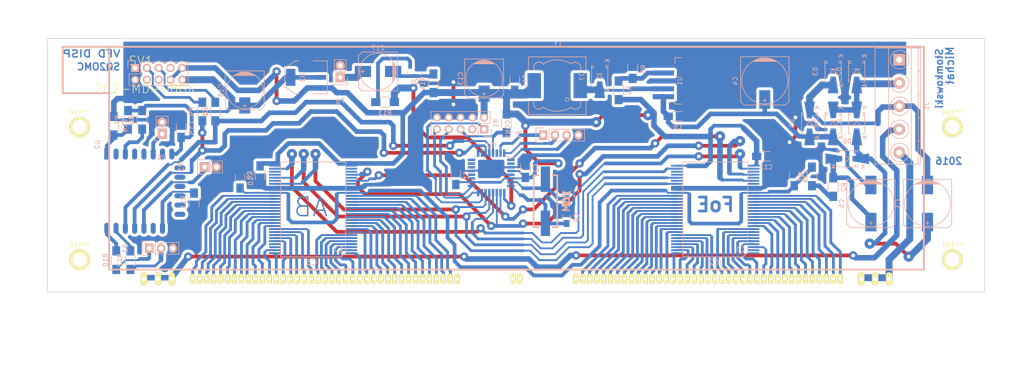
<source format=kicad_pcb>
(kicad_pcb (version 20241229) (generator "pcbnew") (generator_version "9.0")
  (layers (0 "F.Cu" signal) (2 "B.Cu" signal) (13 "F.Paste" user) (15 "B.Paste" user) (5 "F.SilkS" user) (7 "B.SilkS" user) (1 "F.Mask" user) (3 "B.Mask" user) (25 "Edge.Cuts" user))
  (net 0 "")
  (net 1 "/A1")
  (net 2 "/A2")
  (net 3 "/A3")
  (net 4 "/A4")
  (net 5 "/A5")
  (net 6 "/A6")
  (net 7 "/A7")
  (net 8 "/A8")
  (net 9 "/A9")
  (net 10 "/A10")
  (net 11 "/A11")
  (net 12 "/A12")
  (net 13 "/A13")
  (net 14 "/A14")
  (net 15 "/A15")
  (net 16 "/A16")
  (net 17 "/A17")
  (net 18 "/A18")
  (net 19 "/A19")
  (net 20 "/A20")
  (net 21 "/A21")
  (net 22 "/A22")
  (net 23 "/A23")
  (net 24 "/A24")
  (net 25 "/A25")
  (net 26 "/A26")
  (net 27 "/A27")
  (net 28 "/A28")
  (net 29 "/A29")
  (net 30 "/A30")
  (net 31 "/A31")
  (net 32 "/A32")
  (net 33 "/A33")
  (net 34 "/A34")
  (net 35 "/A35")
  (net 36 "/A36")
  (net 37 "F1")
  (net 38 "F2")
  (net 39 "/G20")
  (net 40 "/G19")
  (net 41 "/G1")
  (net 42 "/G2")
  (net 43 "/G3")
  (net 44 "/G4")
  (net 45 "/G5")
  (net 46 "/G6")
  (net 47 "/G7")
  (net 48 "/G8")
  (net 49 "/G9")
  (net 50 "/G10")
  (net 51 "/G11")
  (net 52 "/G12")
  (net 53 "/G13")
  (net 54 "/G14")
  (net 55 "/G15")
  (net 56 "/G16")
  (net 57 "/G17")
  (net 58 "/G18")
  (net 59 "/G21")
  (net 60 "/G22")
  (net 61 "/G23")
  (net 62 "/G24")
  (net 63 "/G25")
  (net 64 "/G26")
  (net 65 "/G27")
  (net 66 "/G28")
  (net 67 "/G29")
  (net 68 "/G30")
  (net 69 "/G31")
  (net 70 "/G32")
  (net 71 "/G33")
  (net 72 "/G34")
  (net 73 "/G35")
  (net 74 "/G36")
  (net 75 "/G37")
  (net 76 "/G38")
  (net 77 "/G39")
  (net 78 "/G40")
  (net 79 "GND")
  (net 80 "/CL")
  (net 81 "/STB")
  (net 82 "/S-IN")
  (net 83 "+5V")
  (net 84 "/OVF")
  (net 85 "/CK")
  (net 86 "/CHG")
  (net 87 "Net-(D1-K)")
  (net 88 "/MOSI")
  (net 89 "/RST")
  (net 90 "/SCK")
  (net 91 "/MISO")
  (net 92 "/SDA")
  (net 93 "/SCL")
  (net 94 "+48V")
  (net 95 "Net-(D3-K)")
  (net 96 "Net-(D4-K)")
  (net 97 "Net-(D6-K)")
  (net 98 "Net-(IC1-(PCINT6{slash}XTAL1{slash}TOSC1)PB6)")
  (net 99 "Net-(IC1-(PCINT7{slash}XTAL2{slash}TOSC2)PB7)")
  (net 100 "Net-(U2-REST)")
  (net 101 "Net-(R2-Pad1)")
  (net 102 "Net-(Q1-C)")
  (net 103 "Net-(P6-P1)")
  (net 104 "+3V3")
  (net 106 "Net-(D1-A)")
  (net 107 "Net-(D7-K)")
  (net 113 "/ENC_A")
  (net 114 "/ENC_B")
  (net 115 "/BTN_ENC")
  (net 116 "/BTN_WAKE")
  (net 122 "/SPKR")
  (net 128 "Net-(P1-P5)")
  (net 129 "Net-(P1-P3)")
  (net 132 "Net-(P2-P2)")
  (net 133 "Net-(P2-P1)")
  (net 134 "Net-(P3-P1)")
  (net 135 "Net-(Q1-B)")
  (net 136 "Net-(U1-FB)")
  (net 137 "Net-(U2-CH_PD)")
  (net 138 "Net-(U2-TXD)")
  (net 139 "Net-(U2-GPIO15)")
  (net 140 "Net-(U2-RXD)")
  (footprint "Connect:1pin" (layer "F.Cu") (at 29.21 39.37)
    (property "Reference" "REF**")
    (property "Value" "1pin")
  )
  (footprint "Connect:1pin" (layer "F.Cu") (at 29.21 67.945)
    (property "Reference" "REF**")
    (property "Value" "1pin")
  )
  (footprint "Connect:1pin" (layer "F.Cu") (at 217.17 67.945)
    (property "Reference" "REF**")
    (property "Value" "1pin")
  )
  (footprint "Connect:1pin" (layer "F.Cu") (at 217.17 39.37)
    (property "Reference" "REF**")
    (property "Value" "1pin")
  )
  (footprint "futaba-vfd:futaba-vfd-VFD1" (layer "F.Cu") (at 35.56 70.104)
    (property "Reference" "SV1")
    (property "Value" "202-MD-08GK")
  )
  (footprint "Capacitors_SMD:C_1206_HandSoldering" (layer "B.Cu") (at 68.072 49.784 -90)
    (property "Reference" "C8")
    (property "Value" "100n")
  )
  (footprint "Capacitors_SMD:C_1206_HandSoldering" (layer "B.Cu") (at 63.754 50.546 90)
    (property "Reference" "C10")
    (property "Value" "100n")
  )
  (footprint "Capacitors_SMD:C_1206_HandSoldering" (layer "B.Cu") (at 177.038 45.72)
    (property "Reference" "C12")
    (property "Value" "100n")
  )
  (footprint "Capacitors_SMD:C_1206_HandSoldering" (layer "B.Cu") (at 183.134 50.038 90)
    (property "Reference" "C14")
    (property "Value" "100n")
  )
  (footprint "Terminal_Blocks:TerminalBlock_Pheonix_MKDS1.5-5pol" (layer "B.Cu") (at 205.74 24.892 -90)
    (property "Reference" "J1")
    (property "Value" "HEADER_5")
  )
  (footprint "Pin_Headers:Pin_Header_Straight_2x05" (layer "B.Cu") (at 41.148 26.67 -90)
    (property "Reference" "P1")
    (property "Value" "CONN_02X05")
  )
  (footprint "Pin_Headers:Pin_Header_Straight_2x05" (layer "B.Cu") (at 116.332 39.878 90)
    (property "Reference" "CON1")
    (property "Value" "AVR-ISP-10")
  )
  (footprint "Housings_QFP:TQFP-32_7x7mm_Pitch0.8mm" (layer "B.Cu") (at 117.856 49.276 180)
    (property "Reference" "IC1")
    (property "Value" "ATMEGA88A-A")
  )
  (footprint "Capacitors_SMD:C_1206_HandSoldering" (layer "B.Cu") (at 110.236 49.784 90)
    (property "Reference" "C1")
    (property "Value" "100n")
  )
  (footprint "Capacitors_SMD:C_1206_HandSoldering" (layer "B.Cu") (at 125.222 48.26 90)
    (property "Reference" "C2")
    (property "Value" "100n")
  )
  (footprint "Resistors_SMD:R_1206_HandSoldering" (layer "B.Cu") (at 121.158 38.608 -90)
    (property "Reference" "R1")
    (property "Value" "10k")
  )
  (footprint "Capacitors_SMD:C_1206_HandSoldering" (layer "B.Cu") (at 157.988 37.084)
    (property "Reference" "C6")
    (property "Value" "100n")
  )
  (footprint "Capacitors_SMD:C_1206_HandSoldering" (layer "B.Cu") (at 122.936 29.464 90)
    (property "Reference" "C11")
    (property "Value" "100n")
  )
  (footprint "Capacitors_SMD:c_elec_8x10.5" (layer "B.Cu") (at 116.332 28.956 -90)
    (property "Reference" "C13")
    (property "Value" "47u")
  )
  (footprint "Choke_SMD:Choke_SMD_12x12mm_h8mm" (layer "B.Cu") (at 132.08 30.48 180)
    (property "Reference" "L1")
    (property "Value" "33u")
  )
  (footprint "Resistors_SMD:R_1206_HandSoldering" (layer "B.Cu") (at 145.288 31.496 90)
    (property "Reference" "R4")
    (property "Value" "4k7")
  )
  (footprint "Resistors_SMD:R_1206_HandSoldering" (layer "B.Cu") (at 148.336 26.924 90)
    (property "Reference" "R5")
    (property "Value" "1k5")
  )
  (footprint "TO_SOT_Packages_SMD:TO-263-5Lead" (layer "B.Cu") (at 154.94 29.464)
    (property "Reference" "U1")
    (property "Value" "LM2596")
  )
  (footprint "Capacitors_SMD:C_0805_HandSoldering" (layer "B.Cu") (at 134.112 53.594 90)
    (property "Reference" "C7")
    (property "Value" "22p")
  )
  (footprint "Capacitors_SMD:C_0805_HandSoldering" (layer "B.Cu") (at 134.112 58.928 90)
    (property "Reference" "C9")
    (property "Value" "22p")
  )
  (footprint "Resistors_SMD:R_1206_HandSoldering" (layer "B.Cu") (at 191.516 52.324 90)
    (property "Reference" "R2")
    (property "Value" "1k")
  )
  (footprint "Resistors_SMD:R_1206_HandSoldering" (layer "B.Cu") (at 186.944 50.038 -90)
    (property "Reference" "R3")
    (property "Value" "1k")
  )
  (footprint "zParts:crystal-hc49sm" (layer "B.Cu") (at 129.54 55.372 -90)
    (property "Reference" "Y1")
    (property "Value" "16M")
  )
  (footprint "Diodes_SMD:SMA-SMB_Universal_Handsoldering" (layer "B.Cu") (at 191.516 27.432 -90)
    (property "Reference" "D3")
    (property "Value" "1N4007")
  )
  (footprint "Diodes_SMD:SMA-SMB_Universal_Handsoldering" (layer "B.Cu") (at 186.436 38.608 -90)
    (property "Reference" "D5")
    (property "Value" "1N4007")
  )
  (footprint "Diodes_SMD:SMA-SMB_Universal_Handsoldering" (layer "B.Cu") (at 196.596 27.432 -90)
    (property "Reference" "D2")
    (property "Value" "1N4007")
  )
  (footprint "Diodes_SMD:SMA-SMB_Universal_Handsoldering" (layer "B.Cu") (at 191.516 38.608 -90)
    (property "Reference" "D4")
    (property "Value" "1N4007")
  )
  (footprint "Diodes_SMD:SMA-SMB_Universal_Handsoldering" (layer "B.Cu") (at 141.224 28.448 -90)
    (property "Reference" "D7")
    (property "Value" "SS34")
  )
  (footprint "Diodes_SMD:SMA-SMB_Universal_Handsoldering" (layer "B.Cu") (at 196.596 38.608 -90)
    (property "Reference" "D1")
    (property "Value" "1N4007")
  )
  (footprint "Capacitors_SMD:c_elec_10x10" (layer "B.Cu") (at 211.836 55.88 -90)
    (property "Reference" "C3")
    (property "Value" "220u")
  )
  (footprint "Capacitors_SMD:c_elec_10x10" (layer "B.Cu") (at 176.784 29.464 -90)
    (property "Reference" "C4")
    (property "Value" "220u")
  )
  (footprint "Capacitors_SMD:c_elec_10x10" (layer "B.Cu") (at 199.644 55.88 -90)
    (property "Reference" "C5")
    (property "Value" "220u")
  )
  (footprint "Diodes_SMD:SMA-SMB_Universal_Handsoldering" (layer "B.Cu") (at 194.564 46.228 180)
    (property "Reference" "D6")
    (property "Value" "1N4007")
  )
  (footprint "ESP8266:ESP-12E" (layer "B.Cu") (at 35.052 45.212 -90)
    (property "Reference" "U2")
    (property "Value" "ESP-12E")
  )
  (footprint "Capacitors_SMD:C_1206_HandSoldering" (layer "B.Cu") (at 51.054 39.624 90)
    (property "Reference" "C15")
    (property "Value" "100n")
  )
  (footprint "Capacitors_SMD:C_1206_HandSoldering" (layer "B.Cu") (at 36.576 39.116 90)
    (property "Reference" "C16")
    (property "Value" "100n")
  )
  (footprint "Capacitors_SMD:c_elec_8x10.5" (layer "B.Cu") (at 93.472 27.432 180)
    (property "Reference" "C17")
    (property "Value" "47u")
  )
  (footprint "Capacitors_SMD:c_elec_8x10.5" (layer "B.Cu") (at 64.77 31.496 -90)
    (property "Reference" "C19")
    (property "Value" "47u")
  )
  (footprint "Pin_Headers:Pin_Header_Straight_1x02" (layer "B.Cu") (at 56.134 48.006 -90)
    (property "Reference" "P3")
    (property "Value" "CONN_01X02")
  )
  (footprint "TO_SOT_Packages_SMD:SOT-23" (layer "B.Cu") (at 101.346 27.432)
    (property "Reference" "Q1")
    (property "Value" "BC849")
  )
  (footprint "Resistors_SMD:R_1206_HandSoldering" (layer "B.Cu") (at 42.672 37.846 -90)
    (property "Reference" "R6")
    (property "Value" "100")
  )
  (footprint "Resistors_SMD:R_1206_HandSoldering" (layer "B.Cu") (at 39.624 37.846 -90)
    (property "Reference" "R7")
    (property "Value" "10k")
  )
  (footprint "Resistors_SMD:R_1206_HandSoldering" (layer "B.Cu") (at 58.42 36.068 -90)
    (property "Reference" "R8")
    (property "Value" "5R1")
  )
  (footprint "Resistors_SMD:R_1206_HandSoldering" (layer "B.Cu") (at 55.626 36.068 -90)
    (property "Reference" "R9")
    (property "Value" "5R1")
  )
  (footprint "Resistors_SMD:R_1206_HandSoldering" (layer "B.Cu") (at 37.084 68.072 -90)
    (property "Reference" "R10")
    (property "Value" "100")
  )
  (footprint "Resistors_SMD:R_1206_HandSoldering" (layer "B.Cu") (at 53.848 55.626 -90)
    (property "Reference" "R11")
    (property "Value" "1k")
  )
  (footprint "Resistors_SMD:R_1206_HandSoldering" (layer "B.Cu") (at 40.132 68.072 -90)
    (property "Reference" "R12")
    (property "Value" "100")
  )
  (footprint "Resistors_SMD:R_1206_HandSoldering" (layer "B.Cu") (at 94.996 34.036)
    (property "Reference" "R13")
    (property "Value" "1k")
  )
  (footprint "Resistors_SMD:R_1206_HandSoldering" (layer "B.Cu") (at 105.41 29.972 -90)
    (property "Reference" "R14")
    (property "Value" "100")
  )
  (footprint "TO_SOT_Packages_SMD:SOT-223" (layer "B.Cu") (at 77.978 28.702 -90)
    (property "Reference" "U3")
    (property "Value" "LM1117-3.3")
  )
  (footprint "Pin_Headers:Pin_Header_Straight_1x03" (layer "B.Cu") (at 44.196 65.532 -90)
    (property "Reference" "P2")
    (property "Value" "CONN_01X03")
  )
  (footprint "Pin_Headers:Pin_Header_Straight_1x04" (layer "B.Cu") (at 129.032 41.148 -90)
    (property "Reference" "P4")
    (property "Value" "CONN_01X04")
  )
  (footprint "Pin_Headers:Pin_Header_Straight_1x02" (layer "B.Cu") (at 46.99 40.894)
    (property "Reference" "P5")
    (property "Value" "CONN_01X02")
  )
  (footprint "Pin_Headers:Pin_Header_Straight_1x02" (layer "B.Cu") (at 85.344 28.702)
    (property "Reference" "P6")
    (property "Value" "CONN_01X02")
  )
  (footprint "TD62C950RF:TD62C950RF-SSOP60-P-0.65A" (layer "B.Cu") (at 166.116 57.15 90)
    (property "Reference" "IC2")
    (property "Value" "TD62C950RF")
  )
  (footprint "TD62C950RF:TD62C950RF-SSOP60-P-0.65A" (layer "B.Cu") (at 79.502 57.15 90)
    (property "Reference" "IC3")
    (property "Value" "TD62C950RF")
  )
  (gr_line (start 29.21 74.93) (end 24.13 74.93) (stroke (width 0.15)) (layer "Edge.Cuts"))
  (gr_line (start 29.21 20.32) (end 223.52 20.32) (stroke (width 0.15)) (layer "Edge.Cuts"))
  (gr_line (start 29.21 20.32) (end 24.13 20.32) (stroke (width 0.15)) (layer "Edge.Cuts"))
  (gr_line (start 22.225 74.93) (end 22.225 20.32) (stroke (width 0.15)) (layer "Edge.Cuts"))
  (gr_line (start 224.155 20.32) (end 223.52 20.32) (stroke (width 0.15)) (layer "Edge.Cuts"))
  (gr_line (start 224.155 74.93) (end 224.155 20.32) (stroke (width 0.15)) (layer "Edge.Cuts"))
  (gr_line (start 223.52 74.93) (end 29.21 74.93) (stroke (width 0.15)) (layer "Edge.Cuts"))
  (gr_line (start 24.13 74.93) (end 22.225 74.93) (stroke (width 0.15)) (layer "Edge.Cuts"))
  (gr_line (start 22.225 20.32) (end 24.13 20.32) (stroke (width 0.15)) (layer "Edge.Cuts"))
  (gr_line (start 223.52 74.93) (end 224.155 74.93) (stroke (width 0.15)) (layer "Edge.Cuts"))
  (gr_text "AB" (at 78.994 56.642 0) (layer "B.Cu") (effects (font (size 4 4) (thickness 0.3)) (justify mirror)))
  (gr_text "Słomkowski" (at 214.376 28.956 90) (layer "B.Cu") (effects (font (size 1.5 1.5) (thickness 0.3)) (justify mirror)))
  (gr_text "VFD DISP\n" (at 31.75 23.622 0) (layer "B.Cu") (effects (font (size 1.5 1.8) (thickness 0.3)) (justify mirror)))
  (gr_text "2016\n" (at 216.408 46.736 0) (layer "B.Cu") (effects (font (size 1.5 1.5) (thickness 0.3)) (justify mirror)))
  (gr_text "SQ2OMC" (at 33.274 26.416 0) (layer "B.Cu") (effects (font (size 1.5 1.5) (thickness 0.3)) (justify mirror)))
  (gr_text "Michał" (at 216.662 26.162 90) (layer "B.Cu") (effects (font (size 1.7 1.7) (thickness 0.3)) (justify mirror)))
  (gr_text "FoE" (at 166.116 56.134 0) (layer "B.Cu") (effects (font (size 3 3) (thickness 0.6)) (justify mirror)))
  (segment (start 60.075 54.225) (end 59.944 54.356) (width 0.4) (layer "B.Cu") (net 1))
  (segment (start 57.658 56.642) (end 57.658 59.436) (width 0.6) (layer "B.Cu") (net 1))
  (segment (start 57.658 59.436) (end 56.388 60.706) (width 0.6) (layer "B.Cu") (net 1))
  (segment (start 56.388 60.706) (end 56.388 65.786) (width 0.6) (layer "B.Cu") (net 1))
  (segment (start 56.388 66.294) (end 54.356 68.326) (width 0.6) (layer "B.Cu") (net 1))
  (segment (start 54.356 68.326) (end 54.356 69.342) (width 0.6) (layer "B.Cu") (net 1))
  (segment (start 54.356 69.342) (end 53.55844 70.13956) (width 0.6) (layer "B.Cu") (net 1))
  (segment (start 53.55844 70.13956) (end 53.55844 72.10298) (width 0.6) (layer "B.Cu") (net 1))
  (segment (start 59.944 54.356) (end 57.658 56.642) (width 0.6) (layer "B.Cu") (net 1))
  (segment (start 56.388 65.786) (end 56.388 66.294) (width 0.6) (layer "B.Cu") (net 1))
  (segment (start 71.252 54.225) (end 60.075 54.225) (width 0.4) (layer "B.Cu") (net 1))
  (segment (start 61.203 54.875) (end 60.96 55.118) (width 0.4) (layer "B.Cu") (net 2))
  (segment (start 58.674 57.404) (end 58.674 59.944) (width 0.6) (layer "B.Cu") (net 2))
  (segment (start 58.674 59.944) (end 57.404 61.214) (width 0.6) (layer "B.Cu") (net 2))
  (segment (start 57.404 61.214) (end 57.404 66.802) (width 0.6) (layer "B.Cu") (net 2))
  (segment (start 57.404 66.802) (end 55.626 68.58) (width 0.6) (layer "B.Cu") (net 2))
  (segment (start 55.626 68.58) (end 55.626 69.85) (width 0.6) (layer "B.Cu") (net 2))
  (segment (start 55.626 69.85) (end 55.05958 70.41642) (width 0.6) (layer "B.Cu") (net 2))
  (segment (start 55.05958 70.41642) (end 55.05958 72.10298) (width 0.6) (layer "B.Cu") (net 2))
  (segment (start 71.252 54.875) (end 61.203 54.875) (width 0.4) (layer "B.Cu") (net 2))
  (segment (start 60.96 55.118) (end 58.674 57.404) (width 0.6) (layer "B.Cu") (net 2))
  (segment (start 56.388 71.6788) (end 56.55818 71.84898) (width 0.4) (layer "B.Cu") (net 3))
  (segment (start 62.077 55.525) (end 61.976 55.626) (width 0.4) (layer "B.Cu") (net 3))
  (segment (start 59.69 57.912) (end 59.69 60.452) (width 0.6) (layer "B.Cu") (net 3))
  (segment (start 59.69 60.452) (end 58.42 61.722) (width 0.6) (layer "B.Cu") (net 3))
  (segment (start 58.42 61.722) (end 58.42 67.31) (width 0.6) (layer "B.Cu") (net 3))
  (segment (start 58.42 67.31) (end 56.896 68.834) (width 0.6) (layer "B.Cu") (net 3))
  (segment (start 56.896 68.834) (end 56.896 70.358) (width 0.6) (layer "B.Cu") (net 3))
  (segment (start 56.896 70.358) (end 56.55818 70.69582) (width 0.6) (layer "B.Cu") (net 3))
  (segment (start 56.55818 70.69582) (end 56.55818 72.10298) (width 0.6) (layer "B.Cu") (net 3))
  (segment (start 71.252 55.525) (end 62.077 55.525) (width 0.4) (layer "B.Cu") (net 3))
  (segment (start 61.976 55.626) (end 59.69 57.912) (width 0.6) (layer "B.Cu") (net 3))
  (segment (start 57.912 71.70166) (end 58.05932 71.84898) (width 0.4) (layer "B.Cu") (net 4))
  (segment (start 62.951 56.175) (end 62.738 56.388) (width 0.4) (layer "B.Cu") (net 4))
  (segment (start 60.706 58.42) (end 60.706 60.96) (width 0.6) (layer "B.Cu") (net 4))
  (segment (start 60.706 60.96) (end 59.436 62.23) (width 0.6) (layer "B.Cu") (net 4))
  (segment (start 59.436 62.23) (end 59.436 67.818) (width 0.6) (layer "B.Cu") (net 4))
  (segment (start 59.436 67.818) (end 58.05932 69.19468) (width 0.6) (layer "B.Cu") (net 4))
  (segment (start 58.05932 69.19468) (end 58.05932 72.10298) (width 0.6) (layer "B.Cu") (net 4))
  (segment (start 62.738 56.388) (end 60.706 58.42) (width 0.6) (layer "B.Cu") (net 4))
  (segment (start 71.252 56.175) (end 62.951 56.175) (width 0.4) (layer "B.Cu") (net 4))
  (segment (start 59.436 71.72706) (end 59.55792 71.84898) (width 0.4) (layer "B.Cu") (net 5))
  (segment (start 63.825 56.825) (end 63.754 56.896) (width 0.4) (layer "B.Cu") (net 5))
  (segment (start 61.722 58.928) (end 61.722 61.468) (width 0.6) (layer "B.Cu") (net 5))
  (segment (start 61.722 61.468) (end 60.452 62.738) (width 0.6) (layer "B.Cu") (net 5))
  (segment (start 60.452 62.738) (end 60.452 68.58) (width 0.6) (layer "B.Cu") (net 5))
  (segment (start 60.452 68.58) (end 59.55792 69.47408) (width 0.6) (layer "B.Cu") (net 5))
  (segment (start 59.55792 69.47408) (end 59.55792 72.10298) (width 0.6) (layer "B.Cu") (net 5))
  (segment (start 63.754 56.896) (end 61.722 58.928) (width 0.6) (layer "B.Cu") (net 5))
  (segment (start 71.252 56.825) (end 63.825 56.825) (width 0.4) (layer "B.Cu") (net 5))
  (segment (start 60.96 71.74992) (end 61.05906 71.84898) (width 0.4) (layer "B.Cu") (net 6))
  (segment (start 64.699 57.475) (end 64.516 57.658) (width 0.4) (layer "B.Cu") (net 6))
  (segment (start 62.738 59.436) (end 62.738 61.976) (width 0.6) (layer "B.Cu") (net 6))
  (segment (start 62.738 61.976) (end 61.468 63.246) (width 0.6) (layer "B.Cu") (net 6))
  (segment (start 61.468 63.246) (end 61.468 69.342) (width 0.6) (layer "B.Cu") (net 6))
  (segment (start 61.468 69.342) (end 61.05906 69.75094) (width 0.6) (layer "B.Cu") (net 6))
  (segment (start 61.05906 69.75094) (end 61.05906 72.10298) (width 0.6) (layer "B.Cu") (net 6))
  (segment (start 64.516 57.658) (end 62.738 59.436) (width 0.6) (layer "B.Cu") (net 6))
  (segment (start 71.252 57.475) (end 64.699 57.475) (width 0.4) (layer "B.Cu") (net 6))
  (segment (start 62.484 71.77532) (end 62.55766 71.84898) (width 0.4) (layer "B.Cu") (net 7))
  (segment (start 65.573 58.125) (end 65.278 58.42) (width 0.4) (layer "B.Cu") (net 7))
  (segment (start 64.008 59.69) (end 64.008 62.484) (width 0.6) (layer "B.Cu") (net 7))
  (segment (start 64.008 62.484) (end 62.738 63.754) (width 0.6) (layer "B.Cu") (net 7))
  (segment (start 62.738 63.754) (end 62.738 69.85) (width 0.6) (layer "B.Cu") (net 7))
  (segment (start 62.738 69.85) (end 62.55766 70.03034) (width 0.6) (layer "B.Cu") (net 7))
  (segment (start 62.55766 70.03034) (end 62.55766 72.10298) (width 0.6) (layer "B.Cu") (net 7))
  (segment (start 65.278 58.42) (end 64.008 59.69) (width 0.6) (layer "B.Cu") (net 7))
  (segment (start 71.252 58.125) (end 65.573 58.125) (width 0.4) (layer "B.Cu") (net 7))
  (segment (start 64.008 71.79818) (end 64.0588 71.84898) (width 0.4) (layer "B.Cu") (net 8))
  (segment (start 66.447 58.775) (end 66.294 58.928) (width 0.4) (layer "B.Cu") (net 8))
  (segment (start 65.278 59.944) (end 65.278 62.992) (width 0.6) (layer "B.Cu") (net 8))
  (segment (start 65.278 62.992) (end 64.0588 64.2112) (width 0.6) (layer "B.Cu") (net 8))
  (segment (start 64.0588 64.2112) (end 64.0588 72.10298) (width 0.6) (layer "B.Cu") (net 8))
  (segment (start 66.294 58.928) (end 65.278 59.944) (width 0.6) (layer "B.Cu") (net 8))
  (segment (start 71.252 58.775) (end 66.447 58.775) (width 0.4) (layer "B.Cu") (net 8))
  (segment (start 67.321 59.425) (end 67.056 59.69) (width 0.4) (layer "B.Cu") (net 9))
  (segment (start 66.548 60.198) (end 66.548 63.5) (width 0.6) (layer "B.Cu") (net 9))
  (segment (start 66.548 63.5) (end 65.278 64.77) (width 0.6) (layer "B.Cu") (net 9))
  (segment (start 65.278 64.77) (end 65.278 71.82104) (width 0.6) (layer "B.Cu") (net 9))
  (segment (start 65.278 71.82104) (end 65.55994 72.10298) (width 0.6) (layer "B.Cu") (net 9))
  (segment (start 67.056 59.69) (end 66.548 60.198) (width 0.6) (layer "B.Cu") (net 9))
  (segment (start 71.252 59.425) (end 67.321 59.425) (width 0.4) (layer "B.Cu") (net 9))
  (segment (start 68.195 60.075) (end 68.072 60.198) (width 0.4) (layer "B.Cu") (net 10))
  (segment (start 67.818 60.452) (end 67.818 64.008) (width 0.6) (layer "B.Cu") (net 10))
  (segment (start 67.818 64.008) (end 66.548 65.278) (width 0.6) (layer "B.Cu") (net 10))
  (segment (start 66.548 65.278) (end 66.548 68.834) (width 0.6) (layer "B.Cu") (net 10))
  (segment (start 66.548 68.834) (end 67.05854 69.34454) (width 0.6) (layer "B.Cu") (net 10))
  (segment (start 67.05854 69.34454) (end 67.05854 72.10298) (width 0.6) (layer "B.Cu") (net 10))
  (segment (start 68.072 60.198) (end 67.818 60.452) (width 0.6) (layer "B.Cu") (net 10))
  (segment (start 71.252 60.075) (end 68.195 60.075) (width 0.4) (layer "B.Cu") (net 10))
  (segment (start 69.323 60.725) (end 69.088 60.96) (width 0.4) (layer "B.Cu") (net 11))
  (segment (start 69.088 64.516) (end 67.818 65.786) (width 0.6) (layer "B.Cu") (net 11))
  (segment (start 67.818 65.786) (end 67.818 68.072) (width 0.6) (layer "B.Cu") (net 11))
  (segment (start 67.818 68.072) (end 68.55968 68.81368) (width 0.6) (layer "B.Cu") (net 11))
  (segment (start 68.55968 68.81368) (end 68.55968 72.10298) (width 0.6) (layer "B.Cu") (net 11))
  (segment (start 71.252 60.725) (end 69.323 60.725) (width 0.4) (layer "B.Cu") (net 11))
  (segment (start 69.088 60.96) (end 69.088 64.516) (width 0.6) (layer "B.Cu") (net 11))
  (segment (start 69.457 65.925) (end 69.088 66.294) (width 0.4) (layer "B.Cu") (net 12))
  (segment (start 69.088 67.31) (end 69.596 67.818) (width 0.6) (layer "B.Cu") (net 12))
  (segment (start 69.596 67.818) (end 70.104 68.326) (width 0.6) (layer "B.Cu") (net 12))
  (segment (start 70.104 68.326) (end 70.104 72.05726) (width 0.6) (layer "B.Cu") (net 12))
  (segment (start 70.104 72.05726) (end 70.05828 72.10298) (width 0.6) (layer "B.Cu") (net 12))
  (segment (start 71.252 65.925) (end 69.457 65.925) (width 0.4) (layer "B.Cu") (net 12))
  (segment (start 69.088 66.294) (end 69.088 67.31) (width 0.6) (layer "B.Cu") (net 12))
  (segment (start 71.55942 66.98742) (end 71.374 66.802) (width 0.6) (layer "B.Cu") (net 13))
  (segment (start 71.252 66.68) (end 71.55942 66.98742) (width 0.4) (layer "B.Cu") (net 13))
  (segment (start 71.252 66.575) (end 71.252 66.68) (width 0.4) (layer "B.Cu") (net 13))
  (segment (start 71.55942 72.10298) (end 71.55942 66.98742) (width 0.6) (layer "B.Cu") (net 13))
  (segment (start 73.152 71.755) (end 73.05802 71.84898) (width 0.4) (layer "B.Cu") (net 14))
  (segment (start 73.119 63.975) (end 73.406 64.262) (width 0.4) (layer "B.Cu") (net 14))
  (segment (start 73.406 67.818) (end 73.05802 68.16598) (width 0.6) (layer "B.Cu") (net 14))
  (segment (start 73.05802 68.16598) (end 73.05802 72.10298) (width 0.6) (layer "B.Cu") (net 14))
  (segment (start 71.252 63.975) (end 73.119 63.975) (width 0.4) (layer "B.Cu") (net 14))
  (segment (start 73.406 64.262) (end 73.406 67.818) (width 0.6) (layer "B.Cu") (net 14))
  (segment (start 74.501 63.325) (end 74.676 63.5) (width 0.4) (layer "B.Cu") (net 15))
  (segment (start 74.676 71.98614) (end 74.55916 72.10298) (width 0.6) (layer "B.Cu") (net 15))
  (segment (start 74.676 71.98614) (end 74.676 63.5) (width 0.6) (layer "B.Cu") (net 15))
  (segment (start 74.501 63.325) (end 71.252 63.325) (width 0.4) (layer "B.Cu") (net 15))
  (segment (start 75.629 62.675) (end 75.946 62.992) (width 0.4) (layer "B.Cu") (net 16))
  (segment (start 75.946 71.99122) (end 76.05776 72.10298) (width 0.6) (layer "B.Cu") (net 16))
  (segment (start 75.629 62.675) (end 71.252 62.675) (width 0.4) (layer "B.Cu") (net 16))
  (segment (start 75.946 71.99122) (end 75.946 62.992) (width 0.6) (layer "B.Cu") (net 16))
  (segment (start 76.757 62.025) (end 77.216 62.484) (width 0.4) (layer "B.Cu") (net 17))
  (segment (start 77.216 69.85) (end 77.5589 70.1929) (width 0.6) (layer "B.Cu") (net 17))
  (segment (start 77.5589 70.1929) (end 77.5589 72.10298) (width 0.6) (layer "B.Cu") (net 17))
  (segment (start 77.216 62.484) (end 77.216 69.85) (width 0.6) (layer "B.Cu") (net 17))
  (segment (start 71.252 62.025) (end 76.757 62.025) (width 0.4) (layer "B.Cu") (net 17))
  (segment (start 78.139 61.375) (end 78.486 61.722) (width 0.4) (layer "B.Cu") (net 18))
  (segment (start 78.486 69.342) (end 79.0575 69.9135) (width 0.6) (layer "B.Cu") (net 18))
  (segment (start 79.0575 69.9135) (end 79.0575 72.10298) (width 0.6) (layer "B.Cu") (net 18))
  (segment (start 71.252 61.375) (end 78.139 61.375) (width 0.4) (layer "B.Cu") (net 18))
  (segment (start 78.486 61.722) (end 78.486 69.342) (width 0.6) (layer "B.Cu") (net 18))
  (segment (start 166.717 61.375) (end 166.624 61.468) (width 0.4) (layer "B.Cu") (net 19))
  (segment (start 166.624 69.596) (end 167.55872 70.53072) (width 0.6) (layer "B.Cu") (net 19))
  (segment (start 167.55872 70.53072) (end 167.55872 72.10298) (width 0.6) (layer "B.Cu") (net 19))
  (segment (start 174.366 61.375) (end 166.717 61.375) (width 0.4) (layer "B.Cu") (net 19))
  (segment (start 166.624 61.468) (end 166.624 69.596) (width 0.6) (layer "B.Cu") (net 19))
  (segment (start 168.099 62.025) (end 167.894 62.23) (width 0.4) (layer "B.Cu") (net 20))
  (segment (start 167.894 69.342) (end 169.05986 70.50786) (width 0.6) (layer "B.Cu") (net 20))
  (segment (start 169.05986 70.50786) (end 169.05986 72.10298) (width 0.6) (layer "B.Cu") (net 20))
  (segment (start 174.366 62.025) (end 168.099 62.025) (width 0.4) (layer "B.Cu") (net 20))
  (segment (start 167.894 62.23) (end 167.894 69.342) (width 0.6) (layer "B.Cu") (net 20))
  (segment (start 169.227 62.675) (end 168.91 62.992) (width 0.4) (layer "B.Cu") (net 21))
  (segment (start 168.91 68.834) (end 170.55846 70.48246) (width 0.6) (layer "B.Cu") (net 21))
  (segment (start 170.55846 70.48246) (end 170.55846 72.10298) (width 0.6) (layer "B.Cu") (net 21))
  (segment (start 174.366 62.675) (end 169.227 62.675) (width 0.4) (layer "B.Cu") (net 21))
  (segment (start 168.91 62.992) (end 168.91 68.834) (width 0.6) (layer "B.Cu") (net 21))
  (segment (start 170.101 63.325) (end 169.926 63.5) (width 0.4) (layer "B.Cu") (net 22))
  (segment (start 169.926 63.5) (end 169.926 63.754) (width 0.4) (layer "B.Cu") (net 22))
  (segment (start 169.926 68.072) (end 172.0596 70.2056) (width 0.6) (layer "B.Cu") (net 22))
  (segment (start 172.0596 70.2056) (end 172.0596 72.10298) (width 0.6) (layer "B.Cu") (net 22))
  (segment (start 174.366 63.325) (end 170.101 63.325) (width 0.4) (layer "B.Cu") (net 22))
  (segment (start 169.926 63.5) (end 169.926 68.072) (width 0.6) (layer "B.Cu") (net 22))
  (segment (start 171.229 63.975) (end 170.942 64.262) (width 0.4) (layer "B.Cu") (net 23))
  (segment (start 170.942 67.564) (end 172.466 69.088) (width 0.6) (layer "B.Cu") (net 23))
  (segment (start 172.466 69.088) (end 173.228 69.088) (width 0.6) (layer "B.Cu") (net 23))
  (segment (start 173.228 69.088) (end 173.5582 69.4182) (width 0.6) (layer "B.Cu") (net 23))
  (segment (start 173.5582 69.4182) (end 173.5582 72.10298) (width 0.6) (layer "B.Cu") (net 23))
  (segment (start 174.366 63.975) (end 171.229 63.975) (width 0.4) (layer "B.Cu") (net 23))
  (segment (start 170.942 64.262) (end 170.942 67.564) (width 0.6) (layer "B.Cu") (net 23))
  (segment (start 172.357 64.625) (end 171.958 65.024) (width 0.4) (layer "B.Cu") (net 24))
  (segment (start 171.958 67.056) (end 172.72 67.818) (width 0.6) (layer "B.Cu") (net 24))
  (segment (start 172.72 67.818) (end 174.244 67.818) (width 0.6) (layer "B.Cu") (net 24))
  (segment (start 174.244 67.818) (end 175.05934 68.63334) (width 0.6) (layer "B.Cu") (net 24))
  (segment (start 175.05934 68.63334) (end 175.05934 72.10298) (width 0.6) (layer "B.Cu") (net 24))
  (segment (start 174.366 64.625) (end 172.357 64.625) (width 0.4) (layer "B.Cu") (net 24))
  (segment (start 171.958 65.024) (end 171.958 67.056) (width 0.6) (layer "B.Cu") (net 24))
  (segment (start 176.527 65.275) (end 177.038 65.786) (width 0.4) (layer "B.Cu") (net 25))
  (segment (start 177.038 65.786) (end 177.038 66.04) (width 0.4) (layer "B.Cu") (net 25))
  (segment (start 177.038 68.834) (end 176.55794 69.31406) (width 0.6) (layer "B.Cu") (net 25))
  (segment (start 176.55794 69.31406) (end 176.55794 72.10298) (width 0.6) (layer "B.Cu") (net 25))
  (segment (start 174.366 65.275) (end 176.527 65.275) (width 0.4) (layer "B.Cu") (net 25))
  (segment (start 177.038 66.04) (end 177.038 68.834) (width 0.6) (layer "B.Cu") (net 25))
  (segment (start 176.549 60.725) (end 176.784 60.96) (width 0.4) (layer "B.Cu") (net 26))
  (segment (start 178.308 62.484) (end 178.308 69.342) (width 0.6) (layer "B.Cu") (net 26))
  (segment (start 178.308 69.342) (end 178.05908 69.59092) (width 0.6) (layer "B.Cu") (net 26))
  (segment (start 178.05908 69.59092) (end 178.05908 72.10298) (width 0.6) (layer "B.Cu") (net 26))
  (segment (start 174.366 60.725) (end 176.549 60.725) (width 0.4) (layer "B.Cu") (net 26))
  (segment (start 176.784 60.96) (end 178.308 62.484) (width 0.6) (layer "B.Cu") (net 26))
  (segment (start 179.324 71.8693) (end 179.55768 72.10298) (width 0.6) (layer "B.Cu") (net 27))
  (segment (start 177.677 60.075) (end 177.8 60.198) (width 0.4) (layer "B.Cu") (net 27))
  (segment (start 179.578 61.976) (end 179.578 72.08266) (width 0.6) (layer "B.Cu") (net 27))
  (segment (start 179.578 72.08266) (end 179.55768 72.10298) (width 0.6) (layer "B.Cu") (net 27))
  (segment (start 174.366 60.075) (end 177.677 60.075) (width 0.4) (layer "B.Cu") (net 27))
  (segment (start 177.8 60.198) (end 179.578 61.976) (width 0.6) (layer "B.Cu") (net 27))
  (segment (start 178.805 59.425) (end 179.07 59.69) (width 0.4) (layer "B.Cu") (net 28))
  (segment (start 180.848 61.468) (end 180.848 71.89216) (width 0.6) (layer "B.Cu") (net 28))
  (segment (start 180.848 71.89216) (end 181.05882 72.10298) (width 0.6) (layer "B.Cu") (net 28))
  (segment (start 179.07 59.69) (end 180.848 61.468) (width 0.6) (layer "B.Cu") (net 28))
  (segment (start 174.366 59.425) (end 178.805 59.425) (width 0.4) (layer "B.Cu") (net 28))
  (segment (start 179.933 58.775) (end 180.086 58.928) (width 0.4) (layer "B.Cu") (net 29))
  (segment (start 182.118 60.96) (end 182.118 69.596) (width 0.6) (layer "B.Cu") (net 29))
  (segment (start 182.118 69.596) (end 182.55996 70.03796) (width 0.6) (layer "B.Cu") (net 29))
  (segment (start 182.55996 70.03796) (end 182.55996 72.10298) (width 0.6) (layer "B.Cu") (net 29))
  (segment (start 180.086 58.928) (end 182.118 60.96) (width 0.6) (layer "B.Cu") (net 29))
  (segment (start 174.366 58.775) (end 179.933 58.775) (width 0.4) (layer "B.Cu") (net 29))
  (segment (start 181.061 58.125) (end 181.356 58.42) (width 0.4) (layer "B.Cu") (net 30))
  (segment (start 183.134 60.198) (end 183.388 60.452) (width 0.6) (layer "B.Cu") (net 30))
  (segment (start 183.388 60.452) (end 183.388 62.484) (width 0.6) (layer "B.Cu") (net 30))
  (segment (start 183.388 62.484) (end 183.388 68.834) (width 0.6) (layer "B.Cu") (net 30))
  (segment (start 183.388 68.834) (end 184.05856 69.50456) (width 0.6) (layer "B.Cu") (net 30))
  (segment (start 184.05856 69.50456) (end 184.05856 72.10298) (width 0.6) (layer "B.Cu") (net 30))
  (segment (start 174.366 58.125) (end 181.061 58.125) (width 0.4) (layer "B.Cu") (net 30))
  (segment (start 181.356 58.42) (end 183.134 60.198) (width 0.6) (layer "B.Cu") (net 30))
  (segment (start 182.189 57.475) (end 182.372 57.658) (width 0.4) (layer "B.Cu") (net 31))
  (segment (start 184.658 59.944) (end 184.658 68.072) (width 0.6) (layer "B.Cu") (net 31))
  (segment (start 184.658 68.072) (end 185.5597 68.9737) (width 0.6) (layer "B.Cu") (net 31))
  (segment (start 185.5597 68.9737) (end 185.5597 72.10298) (width 0.6) (layer "B.Cu") (net 31))
  (segment (start 174.366 57.475) (end 182.189 57.475) (width 0.4) (layer "B.Cu") (net 31))
  (segment (start 182.372 57.658) (end 184.658 59.944) (width 0.6) (layer "B.Cu") (net 31))
  (segment (start 183.317 56.825) (end 183.642 57.15) (width 0.4) (layer "B.Cu") (net 32))
  (segment (start 185.928 59.436) (end 185.928 67.31) (width 0.6) (layer "B.Cu") (net 32))
  (segment (start 185.928 67.31) (end 187.0583 68.4403) (width 0.6) (layer "B.Cu") (net 32))
  (segment (start 187.0583 68.4403) (end 187.0583 72.10298) (width 0.6) (layer "B.Cu") (net 32))
  (segment (start 174.366 56.825) (end 183.317 56.825) (width 0.4) (layer "B.Cu") (net 32))
  (segment (start 183.642 57.15) (end 185.928 59.436) (width 0.6) (layer "B.Cu") (net 32))
  (segment (start 184.445 56.175) (end 184.658 56.388) (width 0.4) (layer "B.Cu") (net 33))
  (segment (start 187.198 58.928) (end 187.198 66.548) (width 0.6) (layer "B.Cu") (net 33))
  (segment (start 187.198 66.548) (end 188.55944 67.90944) (width 0.6) (layer "B.Cu") (net 33))
  (segment (start 188.55944 67.90944) (end 188.55944 72.10298) (width 0.6) (layer "B.Cu") (net 33))
  (segment (start 184.658 56.388) (end 187.198 58.928) (width 0.6) (layer "B.Cu") (net 33))
  (segment (start 174.366 56.175) (end 184.445 56.175) (width 0.4) (layer "B.Cu") (net 33))
  (segment (start 185.573 55.525) (end 185.928 55.88) (width 0.4) (layer "B.Cu") (net 34))
  (segment (start 188.468 58.42) (end 188.468 65.786) (width 0.6) (layer "B.Cu") (net 34))
  (segment (start 188.468 65.786) (end 190.05804 67.37604) (width 0.6) (layer "B.Cu") (net 34))
  (segment (start 190.05804 67.37604) (end 190.05804 72.10298) (width 0.6) (layer "B.Cu") (net 34))
  (segment (start 174.366 55.525) (end 185.573 55.525) (width 0.4) (layer "B.Cu") (net 34))
  (segment (start 185.928 55.88) (end 188.468 58.42) (width 0.6) (layer "B.Cu") (net 34))
  (segment (start 186.701 54.875) (end 186.944 55.118) (width 0.4) (layer "B.Cu") (net 35))
  (segment (start 189.738 57.912) (end 189.738 65.024) (width 0.6) (layer "B.Cu") (net 35))
  (segment (start 189.738 65.024) (end 191.55918 66.84518) (width 0.6) (layer "B.Cu") (net 35))
  (segment (start 191.55918 66.84518) (end 191.55918 72.10298) (width 0.6) (layer "B.Cu") (net 35))
  (segment (start 186.944 55.118) (end 189.738 57.912) (width 0.6) (layer "B.Cu") (net 35))
  (segment (start 174.366 54.875) (end 186.701 54.875) (width 0.4) (layer "B.Cu") (net 35))
  (segment (start 187.829 54.225) (end 188.214 54.61) (width 0.4) (layer "B.Cu") (net 36))
  (segment (start 191.008 57.404) (end 191.008 64.262) (width 0.6) (layer "B.Cu") (net 36))
  (segment (start 191.008 64.262) (end 193.05778 66.31178) (width 0.6) (layer "B.Cu") (net 36))
  (segment (start 193.05778 66.31178) (end 193.05778 72.10298) (width 0.6) (layer "B.Cu") (net 36))
  (segment (start 174.366 54.225) (end 187.829 54.225) (width 0.4) (layer "B.Cu") (net 36))
  (segment (start 188.214 54.61) (end 191.008 57.404) (width 0.6) (layer "B.Cu") (net 36))
  (segment (start 52.578 67.31) (end 57.658 67.31) (width 0.8) (layer "F.Cu") (net 37))
  (segment (start 57.658 67.31) (end 112.014 67.31) (width 0.8) (layer "F.Cu") (net 37))
  (segment (start 136.144 67.056) (end 195.834 67.056) (width 0.8) (layer "F.Cu") (net 37))
  (via (at 112.014 67.31) (size 1.8) (drill 0.8) (layers "F.Cu" "B.Cu") (net 37))
  (via (at 52.578 67.31) (size 1.8) (drill 0.8) (layers "F.Cu" "B.Cu") (net 37))
  (via (at 136.144 67.056) (size 1.8) (drill 0.8) (layers "F.Cu" "B.Cu") (net 37))
  (via (at 195.834 67.056) (size 1.8) (drill 0.8) (layers "F.Cu" "B.Cu") (net 37))
  (segment (start 46.05782 71.84898) (end 49.05756 71.84898) (width 1.2) (layer "B.Cu") (net 37))
  (segment (start 52.578 67.31254) (end 49.05756 71.84898) (width 1.2) (layer "B.Cu") (net 37))
  (segment (start 52.578 67.31254) (end 52.578 67.31) (width 1.2) (layer "B.Cu") (net 37))
  (segment (start 203.755 40.085) (end 202.184 41.656) (width 1.2) (layer "B.Cu") (net 37))
  (segment (start 202.184 41.656) (end 202.184 45.72) (width 1.2) (layer "B.Cu") (net 37))
  (segment (start 202.184 45.72) (end 205.232 48.768) (width 1.2) (layer "B.Cu") (net 37))
  (segment (start 205.232 48.768) (end 205.232 60.198) (width 1.2) (layer "B.Cu") (net 37))
  (segment (start 205.232 62.738) (end 200.406 67.564) (width 1.2) (layer "B.Cu") (net 37))
  (segment (start 200.406 67.564) (end 196.342 67.564) (width 1.2) (layer "B.Cu") (net 37))
  (segment (start 196.342 67.564) (end 195.834 67.056) (width 1.2) (layer "B.Cu") (net 37))
  (segment (start 134.874 67.056) (end 132.334 69.596) (width 1.2) (layer "B.Cu") (net 37))
  (segment (start 132.334 69.596) (end 127.762 69.596) (width 1.2) (layer "B.Cu") (net 37))
  (segment (start 127.762 69.596) (end 125.984 67.818) (width 1.2) (layer "B.Cu") (net 37))
  (segment (start 125.984 67.818) (end 112.522 67.818) (width 1.2) (layer "B.Cu") (net 37))
  (segment (start 112.522 67.818) (end 112.014 67.31) (width 1.2) (layer "B.Cu") (net 37))
  (segment (start 136.144 67.056) (end 134.874 67.056) (width 1.2) (layer "B.Cu") (net 37))
  (segment (start 43.05808 71.84898) (end 46.05782 71.84898) (width 1.2) (layer "B.Cu") (net 37))
  (segment (start 205.232 60.198) (end 205.232 62.738) (width 1.2) (layer "B.Cu") (net 37))
  (segment (start 205.74 40.085) (end 203.755 40.085) (width 1.2) (layer "B.Cu") (net 37))
  (segment (start 200.5584 71.84898) (end 197.55866 71.84898) (width 1.5) (layer "B.Cu") (net 38))
  (segment (start 208.026 47.178) (end 208.026 61.976) (width 1.5) (layer "B.Cu") (net 38))
  (segment (start 203.55814 71.77786) (end 203.55814 71.84898) (width 1.5) (layer "B.Cu") (net 38))
  (segment (start 208.026 63.5) (end 203.55814 67.96786) (width 1.5) (layer "B.Cu") (net 38))
  (segment (start 203.55814 67.96786) (end 203.55814 72.10298) (width 1.5) (layer "B.Cu") (net 38))
  (segment (start 205.74 44.892) (end 208.026 47.178) (width 1.5) (layer "B.Cu") (net 38))
  (segment (start 205.74 45.085) (end 205.74 45.212) (width 1.5) (layer "B.Cu") (net 38))
  (segment (start 208.026 61.976) (end 208.026 63.5) (width 1.5) (layer "B.Cu") (net 38))
  (segment (start 203.55814 71.84898) (end 200.5584 71.84898) (width 1.5) (layer "B.Cu") (net 38))
  (segment (start 101.723 54.225) (end 102.108 54.61) (width 0.4) (layer "B.Cu") (net 39))
  (segment (start 105.918 58.42) (end 105.918 63.754) (width 0.6) (layer "B.Cu") (net 39))
  (segment (start 105.918 63.754) (end 107.95 65.786) (width 0.6) (layer "B.Cu") (net 39))
  (segment (start 108.458 66.294) (end 108.458 69.85) (width 0.6) (layer "B.Cu") (net 39))
  (segment (start 108.458 69.85) (end 109.05998 70.45198) (width 0.6) (layer "B.Cu") (net 39))
  (segment (start 109.05998 70.45198) (end 109.05998 72.10298) (width 0.6) (layer "B.Cu") (net 39))
  (segment (start 102.108 54.61) (end 105.918 58.42) (width 0.6) (layer "B.Cu") (net 39))
  (segment (start 87.752 54.225) (end 101.723 54.225) (width 0.4) (layer "B.Cu") (net 39))
  (segment (start 107.95 65.786) (end 108.458 66.294) (width 0.6) (layer "B.Cu") (net 39))
  (segment (start 100.595 54.875) (end 100.838 55.118) (width 0.4) (layer "B.Cu") (net 40))
  (segment (start 104.648 58.928) (end 104.648 64.262) (width 0.6) (layer "B.Cu") (net 40))
  (segment (start 104.648 64.262) (end 107.188 66.802) (width 0.6) (layer "B.Cu") (net 40))
  (segment (start 107.188 66.802) (end 107.188 70.358) (width 0.6) (layer "B.Cu") (net 40))
  (segment (start 107.188 70.358) (end 107.55884 70.72884) (width 0.6) (layer "B.Cu") (net 40))
  (segment (start 107.55884 70.72884) (end 107.55884 72.10298) (width 0.6) (layer "B.Cu") (net 40))
  (segment (start 100.838 55.118) (end 104.648 58.928) (width 0.6) (layer "B.Cu") (net 40))
  (segment (start 87.752 54.875) (end 100.595 54.875) (width 0.4) (layer "B.Cu") (net 40))
  (segment (start 81.343 62.675) (end 81.026 62.992) (width 0.4) (layer "B.Cu") (net 41))
  (segment (start 80.264 63.754) (end 80.264 70.104) (width 0.6) (layer "B.Cu") (net 41))
  (segment (start 80.264 70.104) (end 80.518 70.358) (width 0.6) (layer "B.Cu") (net 41))
  (segment (start 80.55864 70.39864) (end 80.55864 72.10298) (width 0.6) (layer "B.Cu") (net 41))
  (segment (start 80.518 70.358) (end 80.55864 70.39864) (width 0.6) (layer "B.Cu") (net 41))
  (segment (start 87.752 62.675) (end 81.343 62.675) (width 0.4) (layer "B.Cu") (net 41))
  (segment (start 81.026 62.992) (end 80.264 63.754) (width 0.6) (layer "B.Cu") (net 41))
  (segment (start 82.217 63.325) (end 82.042 63.5) (width 0.4) (layer "B.Cu") (net 42))
  (segment (start 81.28 64.262) (end 81.28 69.596) (width 0.6) (layer "B.Cu") (net 42))
  (segment (start 81.28 69.596) (end 82.05978 70.37578) (width 0.6) (layer "B.Cu") (net 42))
  (segment (start 82.05978 70.37578) (end 82.05978 72.10298) (width 0.6) (layer "B.Cu") (net 42))
  (segment (start 82.042 63.5) (end 81.28 64.262) (width 0.6) (layer "B.Cu") (net 42))
  (segment (start 87.752 63.325) (end 82.217 63.325) (width 0.4) (layer "B.Cu") (net 42))
  (segment (start 83.091 63.975) (end 82.804 64.262) (width 0.4) (layer "B.Cu") (net 43))
  (segment (start 82.296 64.77) (end 82.296 69.088) (width 0.6) (layer "B.Cu") (net 43))
  (segment (start 82.296 69.088) (end 83.55838 70.35038) (width 0.6) (layer "B.Cu") (net 43))
  (segment (start 83.55838 70.35038) (end 83.55838 72.10298) (width 0.6) (layer "B.Cu") (net 43))
  (segment (start 82.804 64.262) (end 82.296 64.77) (width 0.6) (layer "B.Cu") (net 43))
  (segment (start 87.752 63.975) (end 83.091 63.975) (width 0.4) (layer "B.Cu") (net 43))
  (segment (start 87.28202 64.60998) (end 88.68918 64.60998) (width 0.4) (layer "B.Cu") (net 44))
  (segment (start 83.965 64.625) (end 83.82 64.77) (width 0.4) (layer "B.Cu") (net 44))
  (segment (start 83.312 65.278) (end 83.312 68.58) (width 0.6) (layer "B.Cu") (net 44))
  (segment (start 83.312 68.58) (end 85.05952 70.32752) (width 0.6) (layer "B.Cu") (net 44))
  (segment (start 85.05952 70.32752) (end 85.05952 72.10298) (width 0.6) (layer "B.Cu") (net 44))
  (segment (start 83.82 64.77) (end 83.312 65.278) (width 0.6) (layer "B.Cu") (net 44))
  (segment (start 87.752 64.625) (end 83.965 64.625) (width 0.4) (layer "B.Cu") (net 44))
  (segment (start 84.839 65.275) (end 84.582 65.532) (width 0.4) (layer "B.Cu") (net 45))
  (segment (start 84.328 65.786) (end 84.328 68.072) (width 0.6) (layer "B.Cu") (net 45))
  (segment (start 84.328 68.072) (end 85.344 69.088) (width 0.6) (layer "B.Cu") (net 45))
  (segment (start 85.344 69.088) (end 86.36 69.088) (width 0.6) (layer "B.Cu") (net 45))
  (segment (start 86.36 69.088) (end 86.55812 69.28612) (width 0.6) (layer "B.Cu") (net 45))
  (segment (start 86.55812 69.28612) (end 86.55812 72.10298) (width 0.6) (layer "B.Cu") (net 45))
  (segment (start 84.582 65.532) (end 84.328 65.786) (width 0.6) (layer "B.Cu") (net 45))
  (segment (start 87.752 65.275) (end 84.839 65.275) (width 0.4) (layer "B.Cu") (net 45))
  (segment (start 85.713 65.925) (end 85.344 66.294) (width 0.4) (layer "B.Cu") (net 46))
  (segment (start 85.344 67.31) (end 85.852 67.818) (width 0.6) (layer "B.Cu") (net 46))
  (segment (start 85.852 67.818) (end 87.376 67.818) (width 0.6) (layer "B.Cu") (net 46))
  (segment (start 87.376 67.818) (end 88.05926 68.50126) (width 0.6) (layer "B.Cu") (net 46))
  (segment (start 88.05926 68.50126) (end 88.05926 72.10298) (width 0.6) (layer "B.Cu") (net 46))
  (segment (start 85.344 66.294) (end 85.344 67.31) (width 0.6) (layer "B.Cu") (net 46))
  (segment (start 87.752 65.925) (end 85.713 65.925) (width 0.4) (layer "B.Cu") (net 46))
  (segment (start 88.419 66.575) (end 88.646 66.802) (width 0.4) (layer "B.Cu") (net 47))
  (segment (start 88.9 66.802) (end 89.55786 67.45986) (width 0.6) (layer "B.Cu") (net 47))
  (segment (start 89.55786 67.45986) (end 89.55786 72.10298) (width 0.6) (layer "B.Cu") (net 47))
  (segment (start 87.752 66.575) (end 88.419 66.575) (width 0.4) (layer "B.Cu") (net 47))
  (segment (start 88.646 66.802) (end 88.9 66.802) (width 0.6) (layer "B.Cu") (net 47))
  (segment (start 90.219 62.025) (end 90.424 62.23) (width 0.4) (layer "B.Cu") (net 48))
  (segment (start 90.424 62.23) (end 90.678 62.484) (width 0.6) (layer "B.Cu") (net 48))
  (segment (start 90.678 62.484) (end 90.678 70.104) (width 0.6) (layer "B.Cu") (net 48))
  (segment (start 90.678 70.104) (end 91.059 70.485) (width 0.6) (layer "B.Cu") (net 48))
  (segment (start 91.059 70.485) (end 91.059 72.10298) (width 0.6) (layer "B.Cu") (net 48))
  (segment (start 90.424 62.23) (end 90.424 62.23) (width 0.6) (layer "B.Cu") (net 48))
  (segment (start 87.752 62.025) (end 90.219 62.025) (width 0.4) (layer "B.Cu") (net 48))
  (segment (start 91.093 61.375) (end 91.186 61.468) (width 0.4) (layer "B.Cu") (net 49))
  (segment (start 91.44 61.722) (end 91.694 61.976) (width 0.6) (layer "B.Cu") (net 49))
  (segment (start 91.694 61.976) (end 91.694 61.976) (width 0.6) (layer "B.Cu") (net 49))
  (segment (start 91.694 61.976) (end 91.948 62.23) (width 0.6) (layer "B.Cu") (net 49))
  (segment (start 91.948 62.23) (end 91.948 69.596) (width 0.6) (layer "B.Cu") (net 49))
  (segment (start 91.948 69.596) (end 92.5576 70.2056) (width 0.6) (layer "B.Cu") (net 49))
  (segment (start 92.5576 70.2056) (end 92.5576 72.10298) (width 0.6) (layer "B.Cu") (net 49))
  (segment (start 91.186 61.468) (end 91.44 61.722) (width 0.6) (layer "B.Cu") (net 49))
  (segment (start 87.752 61.375) (end 91.093 61.375) (width 0.4) (layer "B.Cu") (net 49))
  (segment (start 92.221 60.725) (end 92.456 60.96) (width 0.4) (layer "B.Cu") (net 50))
  (segment (start 92.964 61.468) (end 92.964 61.468) (width 0.6) (layer "B.Cu") (net 50))
  (segment (start 92.964 61.468) (end 93.218 61.722) (width 0.6) (layer "B.Cu") (net 50))
  (segment (start 93.218 61.722) (end 93.218 69.088) (width 0.6) (layer "B.Cu") (net 50))
  (segment (start 93.218 69.088) (end 94.05874 69.92874) (width 0.6) (layer "B.Cu") (net 50))
  (segment (start 94.05874 69.92874) (end 94.05874 72.10298) (width 0.6) (layer "B.Cu") (net 50))
  (segment (start 92.456 60.96) (end 92.964 61.468) (width 0.6) (layer "B.Cu") (net 50))
  (segment (start 87.752 60.725) (end 92.221 60.725) (width 0.4) (layer "B.Cu") (net 50))
  (segment (start 93.095 60.075) (end 93.218 60.198) (width 0.4) (layer "B.Cu") (net 51))
  (segment (start 94.488 61.468) (end 94.488 68.58) (width 0.6) (layer "B.Cu") (net 51))
  (segment (start 94.488 68.58) (end 95.55988 69.65188) (width 0.6) (layer "B.Cu") (net 51))
  (segment (start 95.55988 69.65188) (end 95.55988 72.10298) (width 0.6) (layer "B.Cu") (net 51))
  (segment (start 93.218 60.198) (end 94.488 61.468) (width 0.6) (layer "B.Cu") (net 51))
  (segment (start 87.752 60.075) (end 93.095 60.075) (width 0.4) (layer "B.Cu") (net 51))
  (segment (start 93.969 59.425) (end 94.234 59.69) (width 0.4) (layer "B.Cu") (net 52))
  (segment (start 95.758 61.214) (end 95.758 68.072) (width 0.6) (layer "B.Cu") (net 52))
  (segment (start 95.758 68.072) (end 97.05848 69.37248) (width 0.6) (layer "B.Cu") (net 52))
  (segment (start 97.05848 69.37248) (end 97.05848 72.10298) (width 0.6) (layer "B.Cu") (net 52))
  (segment (start 87.752 59.425) (end 93.969 59.425) (width 0.4) (layer "B.Cu") (net 52))
  (segment (start 94.234 59.69) (end 95.758 61.214) (width 0.6) (layer "B.Cu") (net 52))
  (segment (start 94.843 58.775) (end 94.996 58.928) (width 0.4) (layer "B.Cu") (net 53))
  (segment (start 97.028 60.96) (end 97.028 67.564) (width 0.6) (layer "B.Cu") (net 53))
  (segment (start 97.028 67.564) (end 98.55962 69.09562) (width 0.6) (layer "B.Cu") (net 53))
  (segment (start 98.55962 69.09562) (end 98.55962 72.10298) (width 0.6) (layer "B.Cu") (net 53))
  (segment (start 87.752 58.775) (end 94.843 58.775) (width 0.4) (layer "B.Cu") (net 53))
  (segment (start 94.996 58.928) (end 97.028 60.96) (width 0.6) (layer "B.Cu") (net 53))
  (segment (start 95.717 58.125) (end 96.012 58.42) (width 0.4) (layer "B.Cu") (net 54))
  (segment (start 98.298 60.706) (end 98.298 67.056) (width 0.6) (layer "B.Cu") (net 54))
  (segment (start 98.298 67.056) (end 100.05822 68.81622) (width 0.6) (layer "B.Cu") (net 54))
  (segment (start 100.05822 68.81622) (end 100.05822 72.10298) (width 0.6) (layer "B.Cu") (net 54))
  (segment (start 87.752 58.125) (end 95.717 58.125) (width 0.4) (layer "B.Cu") (net 54))
  (segment (start 96.012 58.42) (end 98.298 60.706) (width 0.6) (layer "B.Cu") (net 54))
  (segment (start 96.591 57.475) (end 96.774 57.658) (width 0.4) (layer "B.Cu") (net 55))
  (segment (start 99.568 60.452) (end 99.568 66.548) (width 0.6) (layer "B.Cu") (net 55))
  (segment (start 99.568 66.548) (end 101.55936 68.53936) (width 0.6) (layer "B.Cu") (net 55))
  (segment (start 101.55936 68.53936) (end 101.55936 72.10298) (width 0.6) (layer "B.Cu") (net 55))
  (segment (start 96.774 57.658) (end 99.568 60.452) (width 0.6) (layer "B.Cu") (net 55))
  (segment (start 87.752 57.475) (end 96.591 57.475) (width 0.4) (layer "B.Cu") (net 55))
  (segment (start 97.719 56.825) (end 98.044 57.15) (width 0.4) (layer "B.Cu") (net 56))
  (segment (start 100.838 59.944) (end 100.838 66.04) (width 0.6) (layer "B.Cu") (net 56))
  (segment (start 100.838 66.04) (end 103.05796 68.25996) (width 0.6) (layer "B.Cu") (net 56))
  (segment (start 103.05796 68.25996) (end 103.05796 72.10298) (width 0.6) (layer "B.Cu") (net 56))
  (segment (start 87.752 56.825) (end 97.719 56.825) (width 0.4) (layer "B.Cu") (net 56))
  (segment (start 98.044 57.15) (end 100.838 59.944) (width 0.6) (layer "B.Cu") (net 56))
  (segment (start 98.593 56.175) (end 98.806 56.388) (width 0.4) (layer "B.Cu") (net 57))
  (segment (start 102.108 59.69) (end 102.108 65.532) (width 0.6) (layer "B.Cu") (net 57))
  (segment (start 102.108 65.532) (end 104.5591 67.9831) (width 0.6) (layer "B.Cu") (net 57))
  (segment (start 104.5591 67.9831) (end 104.5591 72.10298) (width 0.6) (layer "B.Cu") (net 57))
  (segment (start 87.752 56.175) (end 98.593 56.175) (width 0.4) (layer "B.Cu") (net 57))
  (segment (start 98.806 56.388) (end 102.108 59.69) (width 0.6) (layer "B.Cu") (net 57))
  (segment (start 99.467 55.525) (end 99.568 55.626) (width 0.4) (layer "B.Cu") (net 58))
  (segment (start 103.378 59.436) (end 103.378 65.024) (width 0.6) (layer "B.Cu") (net 58))
  (segment (start 103.378 65.024) (end 106.0577 67.7037) (width 0.6) (layer "B.Cu") (net 58))
  (segment (start 106.0577 67.7037) (end 106.0577 72.10298) (width 0.6) (layer "B.Cu") (net 58))
  (segment (start 99.568 55.626) (end 103.378 59.436) (width 0.6) (layer "B.Cu") (net 58))
  (segment (start 87.752 55.525) (end 99.467 55.525) (width 0.4) (layer "B.Cu") (net 58))
  (segment (start 144.911 54.225) (end 144.526 54.61) (width 0.4) (layer "B.Cu") (net 59))
  (segment (start 143.002 56.134) (end 143.002 65.024) (width 0.6) (layer "B.Cu") (net 59))
  (segment (start 143.002 65.024) (end 137.55878 70.46722) (width 0.6) (layer "B.Cu") (net 59))
  (segment (start 137.55878 70.46722) (end 137.55878 72.10298) (width 0.6) (layer "B.Cu") (net 59))
  (segment (start 144.526 54.61) (end 143.002 56.134) (width 0.6) (layer "B.Cu") (net 59))
  (segment (start 157.866 54.225) (end 144.911 54.225) (width 0.4) (layer "B.Cu") (net 59))
  (segment (start 145.785 54.875) (end 145.542 55.118) (width 0.4) (layer "B.Cu") (net 60))
  (segment (start 144.272 56.388) (end 144.272 65.278) (width 0.6) (layer "B.Cu") (net 60))
  (segment (start 144.272 65.278) (end 139.05992 70.49008) (width 0.6) (layer "B.Cu") (net 60))
  (segment (start 139.05992 70.49008) (end 139.05992 72.10298) (width 0.6) (layer "B.Cu") (net 60))
  (segment (start 145.542 55.118) (end 144.272 56.388) (width 0.6) (layer "B.Cu") (net 60))
  (segment (start 157.866 54.875) (end 145.785 54.875) (width 0.4) (layer "B.Cu") (net 60))
  (segment (start 146.659 55.525) (end 146.304 55.88) (width 0.4) (layer "B.Cu") (net 61))
  (segment (start 145.288 56.896) (end 145.288 65.786) (width 0.6) (layer "B.Cu") (net 61))
  (segment (start 145.288 65.786) (end 140.55852 70.51548) (width 0.6) (layer "B.Cu") (net 61))
  (segment (start 140.55852 70.51548) (end 140.55852 72.10298) (width 0.6) (layer "B.Cu") (net 61))
  (segment (start 146.304 55.88) (end 145.288 56.896) (width 0.6) (layer "B.Cu") (net 61))
  (segment (start 157.866 55.525) (end 146.659 55.525) (width 0.4) (layer "B.Cu") (net 61))
  (segment (start 142.24 71.66864) (end 142.05966 71.84898) (width 0.4) (layer "B.Cu") (net 62))
  (segment (start 147.533 56.175) (end 147.32 56.388) (width 0.4) (layer "B.Cu") (net 62))
  (segment (start 146.304 57.404) (end 146.304 66.294) (width 0.6) (layer "B.Cu") (net 62))
  (segment (start 146.304 66.294) (end 142.05966 70.53834) (width 0.6) (layer "B.Cu") (net 62))
  (segment (start 142.05966 70.53834) (end 142.05966 72.10298) (width 0.6) (layer "B.Cu") (net 62))
  (segment (start 157.866 56.175) (end 147.533 56.175) (width 0.4) (layer "B.Cu") (net 62))
  (segment (start 147.32 56.388) (end 146.304 57.404) (width 0.6) (layer "B.Cu") (net 62))
  (segment (start 148.407 56.825) (end 148.336 56.896) (width 0.4) (layer "B.Cu") (net 63))
  (segment (start 147.32 57.912) (end 147.32 66.802) (width 0.6) (layer "B.Cu") (net 63))
  (segment (start 147.32 66.802) (end 143.55826 70.56374) (width 0.6) (layer "B.Cu") (net 63))
  (segment (start 143.55826 70.56374) (end 143.55826 72.10298) (width 0.6) (layer "B.Cu") (net 63))
  (segment (start 148.082 57.15) (end 148.336 56.896) (width 0.4) (layer "B.Cu") (net 63))
  (segment (start 148.082 57.15) (end 147.32 57.912) (width 0.6) (layer "B.Cu") (net 63))
  (segment (start 157.866 56.825) (end 148.407 56.825) (width 0.4) (layer "B.Cu") (net 63))
  (segment (start 149.281 57.475) (end 149.098 57.658) (width 0.4) (layer "B.Cu") (net 64))
  (segment (start 148.336 58.42) (end 148.336 67.31) (width 0.6) (layer "B.Cu") (net 64))
  (segment (start 148.336 67.31) (end 145.0594 70.5866) (width 0.6) (layer "B.Cu") (net 64))
  (segment (start 145.0594 70.5866) (end 145.0594 72.10298) (width 0.6) (layer "B.Cu") (net 64))
  (segment (start 149.098 57.658) (end 148.336 58.42) (width 0.6) (layer "B.Cu") (net 64))
  (segment (start 157.866 57.475) (end 149.281 57.475) (width 0.4) (layer "B.Cu") (net 64))
  (segment (start 150.155 58.125) (end 149.86 58.42) (width 0.4) (layer "B.Cu") (net 65))
  (segment (start 149.352 58.928) (end 149.352 67.818) (width 0.6) (layer "B.Cu") (net 65))
  (segment (start 149.352 67.818) (end 146.558 70.612) (width 0.6) (layer "B.Cu") (net 65))
  (segment (start 146.558 70.612) (end 146.558 72.10298) (width 0.6) (layer "B.Cu") (net 65))
  (segment (start 157.866 58.125) (end 150.155 58.125) (width 0.4) (layer "B.Cu") (net 65))
  (segment (start 149.86 58.42) (end 149.352 58.928) (width 0.6) (layer "B.Cu") (net 65))
  (segment (start 151.029 58.775) (end 150.876 58.928) (width 0.4) (layer "B.Cu") (net 66))
  (segment (start 150.368 59.436) (end 150.368 68.326) (width 0.6) (layer "B.Cu") (net 66))
  (segment (start 150.368 68.326) (end 148.05914 70.63486) (width 0.6) (layer "B.Cu") (net 66))
  (segment (start 148.05914 70.63486) (end 148.05914 72.10298) (width 0.6) (layer "B.Cu") (net 66))
  (segment (start 150.876 58.928) (end 150.368 59.436) (width 0.6) (layer "B.Cu") (net 66))
  (segment (start 157.866 58.775) (end 151.029 58.775) (width 0.4) (layer "B.Cu") (net 66))
  (segment (start 151.903 59.425) (end 151.638 59.69) (width 0.4) (layer "B.Cu") (net 67))
  (segment (start 151.384 59.944) (end 151.384 68.834) (width 0.6) (layer "B.Cu") (net 67))
  (segment (start 151.384 68.834) (end 149.55774 70.66026) (width 0.6) (layer "B.Cu") (net 67))
  (segment (start 149.55774 70.66026) (end 149.55774 72.10298) (width 0.6) (layer "B.Cu") (net 67))
  (segment (start 157.866 59.425) (end 151.903 59.425) (width 0.4) (layer "B.Cu") (net 67))
  (segment (start 151.638 59.69) (end 151.384 59.944) (width 0.6) (layer "B.Cu") (net 67))
  (segment (start 152.777 60.075) (end 152.654 60.198) (width 0.4) (layer "B.Cu") (net 68))
  (segment (start 152.4 60.452) (end 152.4 69.342) (width 0.6) (layer "B.Cu") (net 68))
  (segment (start 152.4 69.342) (end 151.05888 70.68312) (width 0.6) (layer "B.Cu") (net 68))
  (segment (start 151.05888 70.68312) (end 151.05888 72.10298) (width 0.6) (layer "B.Cu") (net 68))
  (segment (start 157.866 60.075) (end 152.777 60.075) (width 0.4) (layer "B.Cu") (net 68))
  (segment (start 152.654 60.198) (end 152.4 60.452) (width 0.6) (layer "B.Cu") (net 68))
  (segment (start 152.55748 71.47052) (end 152.55748 71.84898) (width 0.4) (layer "B.Cu") (net 69))
  (segment (start 153.651 60.725) (end 153.416 60.96) (width 0.4) (layer "B.Cu") (net 69))
  (segment (start 153.416 69.85) (end 152.55748 70.70852) (width 0.6) (layer "B.Cu") (net 69))
  (segment (start 152.55748 70.70852) (end 152.55748 72.10298) (width 0.6) (layer "B.Cu") (net 69))
  (segment (start 157.866 60.725) (end 153.651 60.725) (width 0.4) (layer "B.Cu") (net 69))
  (segment (start 153.416 60.96) (end 153.416 69.85) (width 0.6) (layer "B.Cu") (net 69))
  (segment (start 154.525 61.375) (end 154.432 61.468) (width 0.4) (layer "B.Cu") (net 70))
  (segment (start 154.432 70.104) (end 154.05862 70.47738) (width 0.6) (layer "B.Cu") (net 70))
  (segment (start 154.05862 70.47738) (end 154.05862 72.10298) (width 0.6) (layer "B.Cu") (net 70))
  (segment (start 154.432 61.468) (end 154.432 70.104) (width 0.6) (layer "B.Cu") (net 70))
  (segment (start 157.866 61.375) (end 154.525 61.375) (width 0.4) (layer "B.Cu") (net 70))
  (segment (start 155.907 62.025) (end 155.702 62.23) (width 0.4) (layer "B.Cu") (net 71))
  (segment (start 155.702 71.96074) (end 155.55976 72.10298) (width 0.6) (layer "B.Cu") (net 71))
  (segment (start 155.907 62.025) (end 157.866 62.025) (width 0.4) (layer "B.Cu") (net 71))
  (segment (start 155.702 71.96074) (end 155.702 62.23) (width 0.6) (layer "B.Cu") (net 71))
  (segment (start 157.226 66.802) (end 157.453 66.575) (width 0.4) (layer "B.Cu") (net 72))
  (segment (start 157.226 71.93534) (end 157.05836 72.10298) (width 0.6) (layer "B.Cu") (net 72))
  (segment (start 157.866 66.575) (end 157.453 66.575) (width 0.4) (layer "B.Cu") (net 72))
  (segment (start 157.226 71.93534) (end 157.226 66.802) (width 0.6) (layer "B.Cu") (net 72))
  (segment (start 160.159 65.925) (end 160.274 66.04) (width 0.4) (layer "B.Cu") (net 73))
  (segment (start 160.274 67.056) (end 159.512 67.818) (width 0.6) (layer "B.Cu") (net 73))
  (segment (start 159.512 67.818) (end 158.75 67.818) (width 0.6) (layer "B.Cu") (net 73))
  (segment (start 158.75 67.818) (end 158.5595 68.0085) (width 0.6) (layer "B.Cu") (net 73))
  (segment (start 158.5595 68.0085) (end 158.5595 72.10298) (width 0.6) (layer "B.Cu") (net 73))
  (segment (start 157.866 65.925) (end 160.159 65.925) (width 0.4) (layer "B.Cu") (net 73))
  (segment (start 160.274 66.04) (end 160.274 67.056) (width 0.6) (layer "B.Cu") (net 73))
  (segment (start 161.033 65.275) (end 161.29 65.532) (width 0.4) (layer "B.Cu") (net 74))
  (segment (start 161.29 67.818) (end 160.0581 69.0499) (width 0.6) (layer "B.Cu") (net 74))
  (segment (start 160.0581 69.0499) (end 160.0581 72.10298) (width 0.6) (layer "B.Cu") (net 74))
  (segment (start 161.29 65.532) (end 161.29 67.818) (width 0.6) (layer "B.Cu") (net 74))
  (segment (start 157.866 65.275) (end 161.033 65.275) (width 0.4) (layer "B.Cu") (net 74))
  (segment (start 162.161 64.625) (end 162.306 64.77) (width 0.4) (layer "B.Cu") (net 75))
  (segment (start 162.306 68.58) (end 161.55924 69.32676) (width 0.6) (layer "B.Cu") (net 75))
  (segment (start 161.55924 69.32676) (end 161.55924 72.10298) (width 0.6) (layer "B.Cu") (net 75))
  (segment (start 162.306 64.77) (end 162.306 68.58) (width 0.6) (layer "B.Cu") (net 75))
  (segment (start 157.866 64.625) (end 162.161 64.625) (width 0.4) (layer "B.Cu") (net 75))
  (segment (start 163.035 63.975) (end 163.322 64.262) (width 0.4) (layer "B.Cu") (net 76))
  (segment (start 163.322 69.342) (end 163.05784 69.60616) (width 0.6) (layer "B.Cu") (net 76))
  (segment (start 163.05784 69.60616) (end 163.05784 72.10298) (width 0.6) (layer "B.Cu") (net 76))
  (segment (start 163.322 64.262) (end 163.322 69.342) (width 0.6) (layer "B.Cu") (net 76))
  (segment (start 157.866 63.975) (end 163.035 63.975) (width 0.4) (layer "B.Cu") (net 76))
  (segment (start 164.163 63.325) (end 164.338 63.5) (width 0.4) (layer "B.Cu") (net 77))
  (segment (start 164.338 71.882) (end 164.55898 72.10298) (width 0.6) (layer "B.Cu") (net 77))
  (segment (start 164.338 71.882) (end 164.338 63.5) (width 0.6) (layer "B.Cu") (net 77))
  (segment (start 164.163 63.325) (end 157.866 63.325) (width 0.4) (layer "B.Cu") (net 77))
  (segment (start 165.037 62.675) (end 165.354 62.992) (width 0.4) (layer "B.Cu") (net 78))
  (segment (start 165.354 69.85) (end 166.05758 70.55358) (width 0.6) (layer "B.Cu") (net 78))
  (segment (start 166.05758 70.55358) (end 166.05758 72.10298) (width 0.6) (layer "B.Cu") (net 78))
  (segment (start 157.866 62.675) (end 165.037 62.675) (width 0.4) (layer "B.Cu") (net 78))
  (segment (start 165.354 62.992) (end 165.354 69.85) (width 0.6) (layer "B.Cu") (net 78))
  (segment (start 182.118 42.672) (end 183.388 41.402) (width 0.8) (layer "F.Cu") (net 79))
  (segment (start 183.388 41.402) (end 183.388 37.338) (width 0.8) (layer "F.Cu") (net 79))
  (segment (start 109.728 34.544) (end 109.728 29.718) (width 0.8) (layer "F.Cu") (net 79))
  (via (at 182.118 42.672) (size 1.8) (drill 0.8) (layers "F.Cu" "B.Cu") (net 79))
  (via (at 109.728 34.544) (size 1.8) (drill 0.8) (layers "F.Cu" "B.Cu") (net 79))
  (via (at 183.388 37.338) (size 1.8) (drill 0.8) (layers "F.Cu" "B.Cu") (net 79))
  (via (at 109.728 29.718) (size 1.8) (drill 0.8) (layers "F.Cu" "B.Cu") (net 79))
  (segment (start 182.658 48.038) (end 183.134 48.038) (width 0.4) (layer "B.Cu") (net 79))
  (segment (start 111.328 48.876) (end 111.252 48.8) (width 0.4) (layer "B.Cu") (net 79))
  (segment (start 111.252 48.8) (end 110.236 47.784) (width 0.4) (layer "B.Cu") (net 79))
  (segment (start 120.072 48.076) (end 119.888 48.26) (width 0.4) (layer "B.Cu") (net 79))
  (segment (start 119.888 48.26) (end 119.888 48.768) (width 0.4) (layer "B.Cu") (net 79))
  (segment (start 119.888 49.276) (end 120.288 49.676) (width 0.4) (layer "B.Cu") (net 79))
  (segment (start 120.288 49.676) (end 122.106 49.676) (width 0.4) (layer "B.Cu") (net 79))
  (segment (start 124.898 48.076) (end 125.222 47.752) (width 0.4) (layer "B.Cu") (net 79))
  (segment (start 125.222 47.752) (end 125.222 46.26) (width 0.4) (layer "B.Cu") (net 79))
  (segment (start 113.714 48.768) (end 119.888 48.768) (width 0.4) (layer "B.Cu") (net 79))
  (segment (start 119.888 48.768) (end 119.888 49.276) (width 0.4) (layer "B.Cu") (net 79))
  (segment (start 67.90842 52.38242) (end 68.072 51.784) (width 0.4) (layer "B.Cu") (net 79))
  (segment (start 41.148 31.75) (end 41.148 32.766) (width 1.2) (layer "B.Cu") (net 79))
  (segment (start 41.148 32.766) (end 40.64 33.274) (width 1.2) (layer "B.Cu") (net 79))
  (segment (start 40.64 33.274) (end 37.338 33.274) (width 1.2) (layer "B.Cu") (net 79))
  (segment (start 37.338 33.274) (end 36.576 34.036) (width 1.2) (layer "B.Cu") (net 79))
  (segment (start 36.576 34.036) (end 36.576 37.116) (width 1.2) (layer "B.Cu") (net 79))
  (segment (start 37.306 37.846) (end 46.482 37.846) (width 0.6) (layer "B.Cu") (net 79))
  (segment (start 46.482 37.846) (end 46.99 38.354) (width 0.6) (layer "B.Cu") (net 79))
  (segment (start 182.15 42.704) (end 182.118 42.672) (width 0.4) (layer "B.Cu") (net 79))
  (segment (start 183.388 37.338) (end 183.388 30.734) (width 0.4) (layer "B.Cu") (net 79))
  (segment (start 183.388 30.734) (end 189.59068 24.53132) (width 0.4) (layer "B.Cu") (net 79))
  (segment (start 189.59068 24.53132) (end 191.516 24.53132) (width 0.4) (layer "B.Cu") (net 79))
  (segment (start 125.698 46.26) (end 126.492 45.466) (width 0.8) (layer "B.Cu") (net 79))
  (segment (start 126.492 45.466) (end 133.096 45.466) (width 0.8) (layer "B.Cu") (net 79))
  (segment (start 133.096 45.466) (end 136.652 41.91) (width 0.8) (layer "B.Cu") (net 79))
  (segment (start 136.652 41.91) (end 136.652 41.148) (width 0.8) (layer "B.Cu") (net 79))
  (segment (start 108.712 35.56) (end 109.728 34.544) (width 1) (layer "B.Cu") (net 79))
  (segment (start 109.728 29.718) (end 109.728 27.432) (width 0.8) (layer "B.Cu") (net 79))
  (segment (start 109.728 27.432) (end 111.4552 25.7048) (width 0.8) (layer "B.Cu") (net 79))
  (segment (start 111.4552 25.7048) (end 116.332 25.7048) (width 0.8) (layer "B.Cu") (net 79))
  (segment (start 134.64 52.344) (end 135.636 53.34) (width 0.6) (layer "B.Cu") (net 79))
  (segment (start 135.636 53.34) (end 135.636 56.154) (width 0.6) (layer "B.Cu") (net 79))
  (segment (start 135.636 56.154) (end 134.112 57.678) (width 0.6) (layer "B.Cu") (net 79))
  (segment (start 175.929 52.925) (end 176.53 52.324) (width 0.4) (layer "B.Cu") (net 79))
  (segment (start 179.038 49.816) (end 179.038 45.72) (width 0.4) (layer "B.Cu") (net 79))
  (segment (start 176.579 52.275) (end 176.53 52.324) (width 0.4) (layer "B.Cu") (net 79))
  (segment (start 176.53 52.324) (end 177.546 51.308) (width 0.4) (layer "B.Cu") (net 79))
  (segment (start 68.563 52.275) (end 68.072 51.784) (width 0.4) (layer "B.Cu") (net 79))
  (segment (start 69.213 52.925) (end 68.072 51.784) (width 0.4) (layer "B.Cu") (net 79))
  (segment (start 89.569 52.925) (end 90.17 52.324) (width 0.4) (layer "B.Cu") (net 79))
  (segment (start 90.121 52.275) (end 90.17 52.324) (width 0.4) (layer "B.Cu") (net 79))
  (segment (start 90.58 51.816) (end 96.012 51.816) (width 0.6) (layer "B.Cu") (net 79))
  (segment (start 96.52 51.816) (end 97.282 51.054) (width 0.6) (layer "B.Cu") (net 79))
  (segment (start 177.546 51.308) (end 179.038 49.816) (width 0.4) (layer "B.Cu") (net 79))
  (segment (start 176.276 52.578) (end 156.972 52.578) (width 0.8) (layer "B.Cu") (net 79))
  (segment (start 96.012 51.816) (end 96.52 51.816) (width 0.6) (layer "B.Cu") (net 79))
  (segment (start 90.678 51.816) (end 89.916 52.578) (width 0.8) (layer "B.Cu") (net 79))
  (segment (start 89.916 52.578) (end 68.866 52.578) (width 0.8) (layer "B.Cu") (net 79))
  (segment (start 68.866 52.578) (end 68.072 51.784) (width 0.8) (layer "B.Cu") (net 79))
  (segment (start 36.576 37.116) (end 37.306 37.846) (width 0.6) (layer "B.Cu") (net 79))
  (segment (start 125.222 46.26) (end 125.698 46.26) (width 0.8) (layer "B.Cu") (net 79))
  (segment (start 96.012 51.816) (end 90.678 51.816) (width 0.8) (layer "B.Cu") (net 79))
  (segment (start 174.366 52.925) (end 175.929 52.925) (width 0.4) (layer "B.Cu") (net 79))
  (segment (start 113.606 48.876) (end 111.328 48.876) (width 0.4) (layer "B.Cu") (net 79))
  (segment (start 87.752 52.275) (end 90.121 52.275) (width 0.4) (layer "B.Cu") (net 79))
  (segment (start 71.252 52.275) (end 68.563 52.275) (width 0.4) (layer "B.Cu") (net 79))
  (segment (start 134.112 52.344) (end 134.64 52.344) (width 0.6) (layer "B.Cu") (net 79))
  (segment (start 157.866 52.275) (end 174.366 52.275) (width 0.4) (layer "B.Cu") (net 79))
  (segment (start 122.106 48.076) (end 124.898 48.076) (width 0.4) (layer "B.Cu") (net 79))
  (segment (start 174.366 52.275) (end 176.579 52.275) (width 0.4) (layer "B.Cu") (net 79))
  (segment (start 71.252 52.925) (end 69.213 52.925) (width 0.4) (layer "B.Cu") (net 79))
  (segment (start 122.106 48.076) (end 120.072 48.076) (width 0.4) (layer "B.Cu") (net 79))
  (segment (start 90.121 52.275) (end 90.58 51.816) (width 0.6) (layer "B.Cu") (net 79))
  (segment (start 176.276 52.578) (end 177.546 51.308) (width 0.8) (layer "B.Cu") (net 79))
  (segment (start 89.569 52.925) (end 87.752 52.925) (width 0.4) (layer "B.Cu") (net 79))
  (segment (start 41.148 29.21) (end 41.148 31.75) (width 1.2) (layer "B.Cu") (net 79))
  (segment (start 113.606 48.876) (end 113.714 48.768) (width 0.4) (layer "B.Cu") (net 79))
  (segment (start 87.752 52.275) (end 71.252 52.275) (width 0.4) (layer "B.Cu") (net 79))
  (segment (start 87.752 52.925) (end 71.252 52.925) (width 0.4) (layer "B.Cu") (net 79))
  (segment (start 108.712 37.338) (end 108.712 35.56) (width 1) (layer "B.Cu") (net 79))
  (segment (start 174.366 52.925) (end 157.866 52.925) (width 0.4) (layer "B.Cu") (net 79))
  (segment (start 110.236 57.15) (end 86.868 57.15) (width 0.8) (layer "F.Cu") (net 80))
  (segment (start 80.01 45.212) (end 80.01 51.054) (width 0.8) (layer "F.Cu") (net 80))
  (segment (start 80.01 51.054) (end 86.106 57.15) (width 0.8) (layer "F.Cu") (net 80))
  (segment (start 86.106 57.15) (end 86.868 57.15) (width 0.8) (layer "F.Cu") (net 80))
  (via (at 110.236 57.15) (size 1.8) (drill 0.8) (layers "F.Cu" "B.Cu") (net 80))
  (via (at 80.01 45.212) (size 2.2) (drill 0.8) (layers "F.Cu" "B.Cu") (net 80))
  (segment (start 139.7 54.356) (end 139.7 64.516) (width 0.4) (layer "B.Cu") (net 80))
  (segment (start 138.938 65.278) (end 134.62 65.278) (width 0.4) (layer "B.Cu") (net 80))
  (segment (start 134.62 65.278) (end 131.826 68.072) (width 0.4) (layer "B.Cu") (net 80))
  (segment (start 131.826 68.072) (end 128.27 68.072) (width 0.4) (layer "B.Cu") (net 80))
  (segment (start 128.27 68.072) (end 126.746 66.548) (width 0.4) (layer "B.Cu") (net 80))
  (segment (start 126.746 66.548) (end 126.238 66.04) (width 0.4) (layer "B.Cu") (net 80))
  (segment (start 126.238 66.04) (end 124.714 66.04) (width 0.4) (layer "B.Cu") (net 80))
  (segment (start 124.714 66.04) (end 113.538 66.04) (width 0.6) (layer "B.Cu") (net 80))
  (segment (start 113.538 66.04) (end 113.03 65.532) (width 0.6) (layer "B.Cu") (net 80))
  (segment (start 116.656 56.064) (end 116.078 56.642) (width 0.4) (layer "B.Cu") (net 80))
  (segment (start 116.078 56.642) (end 110.744 56.642) (width 0.4) (layer "B.Cu") (net 80))
  (segment (start 110.744 56.642) (end 110.236 57.15) (width 0.4) (layer "B.Cu") (net 80))
  (segment (start 110.236 57.15) (end 110.236 62.738) (width 0.6) (layer "B.Cu") (net 80))
  (segment (start 142.431 51.625) (end 155.702 51.625) (width 0.6) (layer "B.Cu") (net 80))
  (segment (start 155.702 51.625) (end 157.866 51.625) (width 0.4) (layer "B.Cu") (net 80))
  (segment (start 76.899 51.625) (end 77.216 51.308) (width 0.4) (layer "B.Cu") (net 80))
  (segment (start 80.01 48.514) (end 80.01 48.26) (width 0.8) (layer "B.Cu") (net 80))
  (segment (start 80.01 48.26) (end 80.01 45.212) (width 1.2) (layer "B.Cu") (net 80))
  (segment (start 76.899 51.625) (end 71.252 51.625) (width 0.4) (layer "B.Cu") (net 80))
  (segment (start 113.03 65.532) (end 110.236 62.738) (width 0.6) (layer "B.Cu") (net 80))
  (segment (start 77.216 51.308) (end 80.01 48.514) (width 0.8) (layer "B.Cu") (net 80))
  (segment (start 139.7 64.516) (end 138.938 65.278) (width 0.4) (layer "B.Cu") (net 80))
  (segment (start 116.656 53.526) (end 116.656 56.064) (width 0.4) (layer "B.Cu") (net 80))
  (segment (start 139.7 54.356) (end 142.431 51.625) (width 0.4) (layer "B.Cu") (net 80))
  (segment (start 86.868 58.674) (end 112.522 58.674) (width 0.8) (layer "F.Cu") (net 81))
  (segment (start 77.47 45.212) (end 77.47 51.308) (width 0.8) (layer "F.Cu") (net 81))
  (segment (start 77.47 51.308) (end 84.836 58.674) (width 0.8) (layer "F.Cu") (net 81))
  (segment (start 84.836 58.674) (end 86.868 58.674) (width 0.8) (layer "F.Cu") (net 81))
  (via (at 112.522 58.674) (size 1.8) (drill 0.8) (layers "F.Cu" "B.Cu") (net 81))
  (via (at 77.47 45.212) (size 2.2) (drill 0.8) (layers "F.Cu" "B.Cu") (net 81))
  (segment (start 138.684 53.848) (end 138.684 59.182) (width 0.4) (layer "B.Cu") (net 81))
  (segment (start 138.684 63.754) (end 138.176 64.262) (width 0.4) (layer "B.Cu") (net 81))
  (segment (start 138.176 64.262) (end 134.112 64.262) (width 0.4) (layer "B.Cu") (net 81))
  (segment (start 134.112 64.262) (end 131.572 66.802) (width 0.4) (layer "B.Cu") (net 81))
  (segment (start 131.572 66.802) (end 128.524 66.802) (width 0.4) (layer "B.Cu") (net 81))
  (segment (start 128.524 66.802) (end 126.492 64.77) (width 0.4) (layer "B.Cu") (net 81))
  (segment (start 126.492 64.77) (end 124.714 64.77) (width 0.4) (layer "B.Cu") (net 81))
  (segment (start 114.3 64.77) (end 113.792 64.262) (width 0.6) (layer "B.Cu") (net 81))
  (segment (start 117.456 57.042) (end 116.586 57.912) (width 0.4) (layer "B.Cu") (net 81))
  (segment (start 116.586 57.912) (end 113.284 57.912) (width 0.4) (layer "B.Cu") (net 81))
  (segment (start 113.284 57.912) (end 112.522 58.674) (width 0.4) (layer "B.Cu") (net 81))
  (segment (start 112.522 58.674) (end 112.522 62.992) (width 0.6) (layer "B.Cu") (net 81))
  (segment (start 142.207 50.325) (end 155.702 50.325) (width 0.6) (layer "B.Cu") (net 81))
  (segment (start 155.702 50.325) (end 157.866 50.325) (width 0.4) (layer "B.Cu") (net 81))
  (segment (start 75.692 50.325) (end 77.47 48.514) (width 0.8) (layer "B.Cu") (net 81))
  (segment (start 117.456 53.526) (end 117.456 57.042) (width 0.4) (layer "B.Cu") (net 81))
  (segment (start 138.684 53.848) (end 142.207 50.325) (width 0.4) (layer "B.Cu") (net 81))
  (segment (start 113.792 64.262) (end 112.522 62.992) (width 0.6) (layer "B.Cu") (net 81))
  (segment (start 71.252 50.325) (end 75.692 50.325) (width 0.4) (layer "B.Cu") (net 81))
  (segment (start 77.47 48.514) (end 77.47 45.212) (width 1.2) (layer "B.Cu") (net 81))
  (segment (start 138.684 59.182) (end 138.684 63.754) (width 0.4) (layer "B.Cu") (net 81))
  (segment (start 124.714 64.77) (end 114.3 64.77) (width 0.6) (layer "B.Cu") (net 81))
  (segment (start 137.668 53.34) (end 137.668 60.198) (width 0.4) (layer "B.Cu") (net 82))
  (segment (start 137.668 62.738) (end 137.16 63.246) (width 0.4) (layer "B.Cu") (net 82))
  (segment (start 137.16 63.246) (end 133.35 63.246) (width 0.4) (layer "B.Cu") (net 82))
  (segment (start 133.35 63.246) (end 131.064 65.532) (width 0.4) (layer "B.Cu") (net 82))
  (segment (start 131.064 65.532) (end 128.524 65.532) (width 0.4) (layer "B.Cu") (net 82))
  (segment (start 128.524 65.532) (end 126.492 63.5) (width 0.4) (layer "B.Cu") (net 82))
  (segment (start 126.492 63.5) (end 124.714 63.5) (width 0.4) (layer "B.Cu") (net 82))
  (segment (start 124.714 63.5) (end 115.062 63.5) (width 0.6) (layer "B.Cu") (net 82))
  (segment (start 115.062 63.5) (end 114.554 62.992) (width 0.6) (layer "B.Cu") (net 82))
  (segment (start 118.256 57.766) (end 116.84 59.182) (width 0.4) (layer "B.Cu") (net 82))
  (segment (start 116.84 59.182) (end 115.062 59.182) (width 0.4) (layer "B.Cu") (net 82))
  (segment (start 113.792 62.23) (end 113.792 59.944) (width 0.6) (layer "B.Cu") (net 82))
  (segment (start 114.554 59.182) (end 113.792 59.944) (width 0.4) (layer "B.Cu") (net 82))
  (segment (start 155.702 48.375) (end 157.866 48.375) (width 0.4) (layer "B.Cu") (net 82))
  (segment (start 155.055 49.022) (end 142.24 49.022) (width 0.6) (layer "B.Cu") (net 82))
  (segment (start 141.986 49.022) (end 142.24 49.022) (width 0.4) (layer "B.Cu") (net 82))
  (segment (start 138.938 52.07) (end 141.986 49.022) (width 0.4) (layer "B.Cu") (net 82))
  (segment (start 118.256 53.526) (end 118.256 57.766) (width 0.4) (layer "B.Cu") (net 82))
  (segment (start 137.668 60.198) (end 137.668 62.738) (width 0.4) (layer "B.Cu") (net 82))
  (segment (start 114.554 62.992) (end 113.792 62.23) (width 0.6) (layer "B.Cu") (net 82))
  (segment (start 155.702 48.375) (end 155.055 49.022) (width 0.6) (layer "B.Cu") (net 82))
  (segment (start 138.938 52.07) (end 137.668 53.34) (width 0.4) (layer "B.Cu") (net 82))
  (segment (start 115.062 59.182) (end 114.554 59.182) (width 0.4) (layer "B.Cu") (net 82))
  (segment (start 132.334 47.244) (end 128.27 47.244) (width 0.8) (layer "F.Cu") (net 83))
  (segment (start 128.27 47.244) (end 125.222 44.196) (width 0.8) (layer "F.Cu") (net 83))
  (segment (start 125.222 44.196) (end 125.222 39.116) (width 0.8) (layer "F.Cu") (net 83))
  (segment (start 140.462 38.354) (end 141.986 36.83) (width 0.8) (layer "F.Cu") (net 83))
  (segment (start 141.986 36.83) (end 151.638 36.83) (width 0.8) (layer "F.Cu") (net 83))
  (segment (start 71.628 27.432) (end 71.628 33.782) (width 0.8) (layer "F.Cu") (net 83))
  (via (at 140.462 38.354) (size 2.2) (drill 0.8) (layers "F.Cu" "B.Cu") (net 83))
  (via (at 151.638 36.83) (size 2.2) (drill 0.8) (layers "F.Cu" "B.Cu") (net 83))
  (via (at 125.222 39.116) (size 1.8) (drill 0.8) (layers "F.Cu" "B.Cu") (net 83))
  (via (at 132.334 47.244) (size 1.8) (drill 0.8) (layers "F.Cu" "B.Cu") (net 83))
  (via (at 71.628 33.782) (size 1.8) (drill 0.8) (layers "F.Cu" "B.Cu") (net 83))
  (via (at 71.628 27.432) (size 1.8) (drill 0.8) (layers "F.Cu" "B.Cu") (net 83))
  (segment (start 110.744 51.276) (end 110.236 51.784) (width 0.4) (layer "B.Cu") (net 83))
  (segment (start 125.006 50.476) (end 125.222 50.26) (width 0.4) (layer "B.Cu") (net 83))
  (segment (start 123.838 48.876) (end 125.222 50.26) (width 0.4) (layer "B.Cu") (net 83))
  (segment (start 115.284 51.276) (end 115.316 51.308) (width 0.4) (layer "B.Cu") (net 83))
  (segment (start 115.316 51.308) (end 119.888 51.308) (width 0.6) (layer "B.Cu") (net 83))
  (segment (start 119.888 51.308) (end 120.72 50.476) (width 0.4) (layer "B.Cu") (net 83))
  (segment (start 120.72 50.476) (end 122.106 50.476) (width 0.4) (layer "B.Cu") (net 83))
  (segment (start 105.378 32.004) (end 105.41 31.972) (width 0.6) (layer "B.Cu") (net 83))
  (segment (start 126.524 50.26) (end 127.254 49.53) (width 0.8) (layer "B.Cu") (net 83))
  (segment (start 127.254 49.53) (end 127.254 47.244) (width 0.8) (layer "B.Cu") (net 83))
  (segment (start 127.254 47.244) (end 127.762 46.736) (width 0.8) (layer "B.Cu") (net 83))
  (segment (start 127.762 46.736) (end 131.826 46.736) (width 0.8) (layer "B.Cu") (net 83))
  (segment (start 131.826 46.736) (end 132.334 47.244) (width 0.8) (layer "B.Cu") (net 83))
  (segment (start 127.06477 30.54477) (end 127.12954 30.48) (width 1) (layer "B.Cu") (net 83))
  (segment (start 159.97174 41.45026) (end 162.00374 41.45026) (width 1.2) (layer "B.Cu") (net 83))
  (segment (start 152.908 36.322) (end 152.908 39.116) (width 1.2) (layer "B.Cu") (net 83))
  (segment (start 152.908 36.322) (end 150.082 33.496) (width 1.2) (layer "B.Cu") (net 83))
  (segment (start 150.082 33.496) (end 145.288 33.496) (width 1.2) (layer "B.Cu") (net 83))
  (segment (start 125.984 38.354) (end 140.462 38.354) (width 1.5) (layer "B.Cu") (net 83))
  (segment (start 151.638 36.83) (end 152.908 36.83) (width 1.2) (layer "B.Cu") (net 83))
  (segment (start 152.908 36.83) (end 152.908 36.322) (width 1.2) (layer "B.Cu") (net 83))
  (segment (start 116.332 32.2072) (end 119.888 32.2072) (width 2) (layer "B.Cu") (net 83))
  (segment (start 119.888 32.2072) (end 121.158 32.2072) (width 2) (layer "B.Cu") (net 83))
  (segment (start 125.222 38.354) (end 123.476 36.608) (width 1.5) (layer "B.Cu") (net 83))
  (segment (start 123.476 36.608) (end 121.158 36.608) (width 1.5) (layer "B.Cu") (net 83))
  (segment (start 116.0968 31.972) (end 116.332 32.2072) (width 1.5) (layer "B.Cu") (net 83))
  (segment (start 103.41 31.972) (end 98.806 36.576) (width 1.2) (layer "B.Cu") (net 83))
  (segment (start 98.806 41.91) (end 98.806 36.576) (width 1) (layer "B.Cu") (net 83))
  (segment (start 98.552 36.322) (end 91.186 36.322) (width 1.2) (layer "B.Cu") (net 83))
  (segment (start 91.186 36.322) (end 88.138 33.274) (width 1.2) (layer "B.Cu") (net 83))
  (segment (start 86.868 32.004) (end 84.582 32.004) (width 1.2) (layer "B.Cu") (net 83))
  (segment (start 84.582 32.004) (end 83.566 30.988) (width 1.2) (layer "B.Cu") (net 83))
  (segment (start 83.566 30.988) (end 81.28 30.988) (width 1.2) (layer "B.Cu") (net 83))
  (segment (start 58.42 26.67) (end 63.246 31.496) (width 1.2) (layer "B.Cu") (net 83))
  (segment (start 63.246 31.496) (end 67.818 31.496) (width 1.2) (layer "B.Cu") (net 83))
  (segment (start 67.818 31.496) (end 71.628 27.686) (width 1.2) (layer "B.Cu") (net 83))
  (segment (start 71.628 27.686) (end 71.628 27.432) (width 1.2) (layer "B.Cu") (net 83))
  (segment (start 88.138 33.274) (end 86.868 32.004) (width 1.2) (layer "B.Cu") (net 83))
  (segment (start 121.158 32.258) (end 121.158 32.2072) (width 1.5) (layer "B.Cu") (net 83))
  (segment (start 125.35154 32.258) (end 127.12954 30.48) (width 2) (layer "B.Cu") (net 83))
  (segment (start 122.936 32.258) (end 121.158 32.258) (width 1.2) (layer "B.Cu") (net 83))
  (segment (start 164.89426 41.45026) (end 165.1 41.656) (width 0.8) (layer "B.Cu") (net 83))
  (segment (start 165.1 41.656) (end 165.1 46.736) (width 1) (layer "B.Cu") (net 83))
  (segment (start 164.084 47.752) (end 160.274 47.752) (width 1) (layer "B.Cu") (net 83))
  (segment (start 157.893 47.752) (end 160.274 47.752) (width 0.4) (layer "B.Cu") (net 83))
  (segment (start 165.1 39.878) (end 165.862 39.116) (width 0.8) (layer "B.Cu") (net 83))
  (segment (start 165.862 39.116) (end 171.704 39.116) (width 0.8) (layer "B.Cu") (net 83))
  (segment (start 171.704 39.116) (end 172.212 39.624) (width 0.8) (layer "B.Cu") (net 83))
  (segment (start 175.038 42.45) (end 175.038 45.72) (width 1.2) (layer "B.Cu") (net 83))
  (segment (start 174.593 47.498) (end 175.006 47.498) (width 0.4) (layer "B.Cu") (net 83))
  (segment (start 175.038 47.466) (end 175.038 45.72) (width 0.8) (layer "B.Cu") (net 83))
  (segment (start 98.806 45.212) (end 96.774 47.244) (width 1) (layer "B.Cu") (net 83))
  (segment (start 96.774 47.244) (end 87.63 47.244) (width 1) (layer "B.Cu") (net 83))
  (segment (start 85.09 47.244) (end 80.772 42.926) (width 1) (layer "B.Cu") (net 83))
  (segment (start 80.772 42.926) (end 74.168 42.926) (width 1) (layer "B.Cu") (net 83))
  (segment (start 71.882 45.212) (end 71.882 47.244) (width 1) (layer "B.Cu") (net 83))
  (segment (start 68.612 47.244) (end 68.072 47.784) (width 1) (layer "B.Cu") (net 83))
  (segment (start 71.252 47.244) (end 71.882 47.244) (width 1) (layer "B.Cu") (net 83))
  (segment (start 87.752 47.244) (end 87.63 47.244) (width 0.4) (layer "B.Cu") (net 83))
  (segment (start 87.63 47.244) (end 85.09 47.244) (width 1) (layer "B.Cu") (net 83))
  (segment (start 155.24226 41.45026) (end 152.908 39.116) (width 1.2) (layer "B.Cu") (net 83))
  (segment (start 78.232 30.988) (end 75.438 33.782) (width 1.2) (layer "B.Cu") (net 83))
  (segment (start 75.438 33.782) (end 71.628 33.782) (width 1.2) (layer "B.Cu") (net 83))
  (segment (start 121.158 36.608) (end 121.158 32.258) (width 1.5) (layer "B.Cu") (net 83))
  (segment (start 113.606 51.276) (end 115.284 51.276) (width 0.4) (layer "B.Cu") (net 83))
  (segment (start 125.222 39.116) (end 125.984 38.354) (width 1.5) (layer "B.Cu") (net 83))
  (segment (start 74.168 42.926) (end 71.882 45.212) (width 1) (layer "B.Cu") (net 83))
  (segment (start 175.006 47.498) (end 175.038 47.466) (width 0.8) (layer "B.Cu") (net 83))
  (segment (start 174.366 47.725) (end 174.593 47.498) (width 0.4) (layer "B.Cu") (net 83))
  (segment (start 48.768 29.21) (end 51.308 26.67) (width 0.8) (layer "B.Cu") (net 83))
  (segment (start 122.106 50.476) (end 125.006 50.476) (width 0.4) (layer "B.Cu") (net 83))
  (segment (start 122.36 48.876) (end 123.838 48.876) (width 0.4) (layer "B.Cu") (net 83))
  (segment (start 71.252 47.725) (end 71.252 47.244) (width 0.4) (layer "B.Cu") (net 83))
  (segment (start 81.28 30.988) (end 78.232 30.988) (width 1.2) (layer "B.Cu") (net 83))
  (segment (start 162.00374 41.45026) (end 164.89426 41.45026) (width 1.2) (layer "B.Cu") (net 83))
  (segment (start 125.222 50.26) (end 126.524 50.26) (width 0.8) (layer "B.Cu") (net 83))
  (segment (start 165.1 46.736) (end 164.084 47.752) (width 1) (layer "B.Cu") (net 83))
  (segment (start 98.806 41.91) (end 98.806 45.212) (width 1) (layer "B.Cu") (net 83))
  (segment (start 125.984 38.354) (end 125.222 38.354) (width 1.5) (layer "B.Cu") (net 83))
  (segment (start 98.806 36.576) (end 98.552 36.322) (width 1.2) (layer "B.Cu") (net 83))
  (segment (start 113.606 51.276) (end 110.744 51.276) (width 0.4) (layer "B.Cu") (net 83))
  (segment (start 165.1 41.656) (end 165.1 39.878) (width 1) (layer "B.Cu") (net 83))
  (segment (start 122.936 31.464) (end 122.936 32.258) (width 1.2) (layer "B.Cu") (net 83))
  (segment (start 116.332 32.2072) (end 116.332 32.2072) (width 2) (layer "B.Cu") (net 83))
  (segment (start 103.41 31.972) (end 105.41 31.972) (width 1.2) (layer "B.Cu") (net 83))
  (segment (start 116.332 37.338) (end 116.332 32.2072) (width 1.5) (layer "B.Cu") (net 83))
  (segment (start 105.41 31.972) (end 116.0968 31.972) (width 1.5) (layer "B.Cu") (net 83))
  (segment (start 172.212 39.624) (end 175.038 42.45) (width 1.2) (layer "B.Cu") (net 83))
  (segment (start 157.866 47.725) (end 157.893 47.752) (width 0.4) (layer "B.Cu") (net 83))
  (segment (start 68.612 47.244) (end 71.252 47.244) (width 1) (layer "B.Cu") (net 83))
  (segment (start 159.97174 41.45026) (end 155.24226 41.45026) (width 1.2) (layer "B.Cu") (net 83))
  (segment (start 121.158 32.258) (end 125.35154 32.258) (width 2) (layer "B.Cu") (net 83))
  (segment (start 58.42 26.67) (end 51.308 26.67) (width 1.2) (layer "B.Cu") (net 83))
  (segment (start 122.936 31.464) (end 122.936 31.75) (width 1) (layer "B.Cu") (net 83))
  (segment (start 87.752 47.725) (end 87.752 47.244) (width 0.4) (layer "B.Cu") (net 83))
  (segment (start 114.808 61.976) (end 115.57 61.214) (width 0.8) (layer "F.Cu") (net 84))
  (segment (start 114.808 61.976) (end 86.868 61.976) (width 0.8) (layer "F.Cu") (net 84))
  (segment (start 74.93 45.212) (end 74.93 52.324) (width 0.8) (layer "F.Cu") (net 84))
  (segment (start 74.93 52.324) (end 84.582 61.976) (width 0.8) (layer "F.Cu") (net 84))
  (segment (start 84.582 61.976) (end 86.868 61.976) (width 0.8) (layer "F.Cu") (net 84))
  (segment (start 170.942 45.72) (end 171.45 45.212) (width 0.8) (layer "F.Cu") (net 84))
  (segment (start 162.56 45.72) (end 170.942 45.72) (width 0.8) (layer "F.Cu") (net 84))
  (via (at 171.45 45.212) (size 2.2) (drill 0.8) (layers "F.Cu" "B.Cu") (net 84))
  (via (at 74.93 45.212) (size 2.2) (drill 0.8) (layers "F.Cu" "B.Cu") (net 84))
  (via (at 162.56 45.72) (size 1.8) (drill 0.8) (layers "F.Cu" "B.Cu") (net 84))
  (via (at 115.57 61.214) (size 1.8) (drill 0.8) (layers "F.Cu" "B.Cu") (net 84))
  (segment (start 136.652 52.832) (end 136.652 59.944) (width 0.4) (layer "B.Cu") (net 84))
  (segment (start 136.652 61.722) (end 136.144 62.23) (width 0.4) (layer "B.Cu") (net 84))
  (segment (start 136.144 62.23) (end 132.842 62.23) (width 0.4) (layer "B.Cu") (net 84))
  (segment (start 132.842 62.23) (end 130.81 64.262) (width 0.4) (layer "B.Cu") (net 84))
  (segment (start 130.81 64.262) (end 128.778 64.262) (width 0.4) (layer "B.Cu") (net 84))
  (segment (start 128.778 64.262) (end 126.746 62.23) (width 0.4) (layer "B.Cu") (net 84))
  (segment (start 116.586 62.23) (end 124.714 62.23) (width 0.6) (layer "B.Cu") (net 84))
  (segment (start 116.586 62.23) (end 116.586 62.23) (width 0.6) (layer "B.Cu") (net 84))
  (segment (start 116.586 62.23) (end 115.57 61.214) (width 0.6) (layer "B.Cu") (net 84))
  (segment (start 115.57 61.214) (end 115.57 61.214) (width 0.6) (layer "B.Cu") (net 84))
  (segment (start 161.798 45.72) (end 162.56 45.72) (width 0.8) (layer "B.Cu") (net 84))
  (segment (start 171.819 48.375) (end 171.45 48.006) (width 0.6) (layer "B.Cu") (net 84))
  (segment (start 73.914 48.375) (end 74.93 47.244) (width 0.8) (layer "B.Cu") (net 84))
  (segment (start 155.956 45.72) (end 154.432 47.244) (width 0.8) (layer "B.Cu") (net 84))
  (segment (start 154.432 47.244) (end 142.494 47.244) (width 0.8) (layer "B.Cu") (net 84))
  (segment (start 142.24 47.244) (end 142.494 47.244) (width 0.4) (layer "B.Cu") (net 84))
  (segment (start 71.252 48.375) (end 73.914 48.375) (width 0.4) (layer "B.Cu") (net 84))
  (segment (start 74.93 47.244) (end 74.93 45.212) (width 1.2) (layer "B.Cu") (net 84))
  (segment (start 161.798 45.72) (end 155.956 45.72) (width 0.8) (layer "B.Cu") (net 84))
  (segment (start 171.45 48.006) (end 171.45 45.212) (width 1) (layer "B.Cu") (net 84))
  (segment (start 171.819 48.375) (end 174.366 48.375) (width 0.4) (layer "B.Cu") (net 84))
  (segment (start 138.43 51.054) (end 136.652 52.832) (width 0.4) (layer "B.Cu") (net 84))
  (segment (start 138.43 51.054) (end 142.24 47.244) (width 0.4) (layer "B.Cu") (net 84))
  (segment (start 136.652 59.944) (end 136.652 61.722) (width 0.4) (layer "B.Cu") (net 84))
  (segment (start 126.746 62.23) (end 124.714 62.23) (width 0.4) (layer "B.Cu") (net 84))
  (segment (start 126.746 60.198) (end 124.714 60.198) (width 0.8) (layer "F.Cu") (net 85))
  (segment (start 129.794 60.198) (end 136.906 53.086) (width 0.8) (layer "F.Cu") (net 85))
  (segment (start 136.906 53.086) (end 136.906 49.53) (width 0.8) (layer "F.Cu") (net 85))
  (segment (start 110.998 53.848) (end 107.188 53.848) (width 0.8) (layer "F.Cu") (net 85))
  (segment (start 107.188 53.848) (end 90.678 53.848) (width 0.8) (layer "F.Cu") (net 85))
  (segment (start 90.678 53.848) (end 89.154 52.324) (width 0.8) (layer "F.Cu") (net 85))
  (segment (start 89.154 52.324) (end 89.154 51.054) (width 0.8) (layer "F.Cu") (net 85))
  (segment (start 89.154 51.054) (end 91.186 49.022) (width 0.8) (layer "F.Cu") (net 85))
  (segment (start 170.434 43.434) (end 171.45 42.418) (width 0.8) (layer "F.Cu") (net 85))
  (segment (start 162.56 43.434) (end 170.434 43.434) (width 0.8) (layer "F.Cu") (net 85))
  (segment (start 117.856 60.706) (end 110.998 53.848) (width 0.8) (layer "F.Cu") (net 85))
  (segment (start 126.746 60.198) (end 129.794 60.198) (width 0.8) (layer "F.Cu") (net 85))
  (via (at 91.186 49.022) (size 1.8) (drill 0.8) (layers "F.Cu" "B.Cu") (net 85))
  (via (at 136.906 49.53) (size 1.8) (drill 0.8) (layers "F.Cu" "B.Cu") (net 85))
  (via (at 124.714 60.198) (size 1.8) (drill 0.8) (layers "F.Cu" "B.Cu") (net 85))
  (via (at 171.45 42.418) (size 2.2) (drill 0.8) (layers "F.Cu" "B.Cu") (net 85))
  (via (at 162.56 43.434) (size 1.8) (drill 0.8) (layers "F.Cu" "B.Cu") (net 85))
  (via (at 117.856 60.706) (size 1.8) (drill 0.8) (layers "F.Cu" "B.Cu") (net 85))
  (segment (start 162.56 43.434) (end 161.798 43.434) (width 0.8) (layer "B.Cu") (net 85))
  (segment (start 124.714 60.198) (end 124.206 60.706) (width 0.6) (layer "B.Cu") (net 85))
  (segment (start 119.056 60.706) (end 124.206 60.706) (width 0.8) (layer "B.Cu") (net 85))
  (segment (start 119.056 60.706) (end 117.856 60.706) (width 0.8) (layer "B.Cu") (net 85))
  (segment (start 170.18 42.418) (end 169.164 43.434) (width 1) (layer "B.Cu") (net 85))
  (segment (start 169.164 43.434) (end 169.164 49.276) (width 1) (layer "B.Cu") (net 85))
  (segment (start 172.103 49.675) (end 171.958 49.53) (width 0.4) (layer "B.Cu") (net 85))
  (segment (start 169.926 49.53) (end 169.164 49.53) (width 0.6) (layer "B.Cu") (net 85))
  (segment (start 169.164 49.53) (end 169.164 49.276) (width 0.6) (layer "B.Cu") (net 85))
  (segment (start 89.771 49.675) (end 89.916 49.53) (width 0.4) (layer "B.Cu") (net 85))
  (segment (start 90.678 49.53) (end 91.186 49.022) (width 1) (layer "B.Cu") (net 85))
  (segment (start 141.986 45.72) (end 153.67 45.72) (width 1) (layer "B.Cu") (net 85))
  (segment (start 153.67 45.72) (end 155.956 43.434) (width 1) (layer "B.Cu") (net 85))
  (segment (start 155.956 43.434) (end 161.798 43.434) (width 1) (layer "B.Cu") (net 85))
  (segment (start 138.176 49.53) (end 141.986 45.72) (width 1) (layer "B.Cu") (net 85))
  (segment (start 89.916 49.53) (end 90.678 49.53) (width 1) (layer "B.Cu") (net 85))
  (segment (start 138.176 49.53) (end 136.906 49.53) (width 1) (layer "B.Cu") (net 85))
  (segment (start 89.771 49.675) (end 87.752 49.675) (width 0.4) (layer "B.Cu") (net 85))
  (segment (start 171.958 49.53) (end 169.926 49.53) (width 0.6) (layer "B.Cu") (net 85))
  (segment (start 171.45 42.418) (end 170.18 42.418) (width 1) (layer "B.Cu") (net 85))
  (segment (start 119.056 53.526) (end 119.056 60.706) (width 0.4) (layer "B.Cu") (net 85))
  (segment (start 172.103 49.675) (end 174.366 49.675) (width 0.4) (layer "B.Cu") (net 85))
  (segment (start 167.132 41.402) (end 154.686 41.402) (width 0.8) (layer "F.Cu") (net 86))
  (segment (start 154.686 41.402) (end 153.162 42.926) (width 0.8) (layer "F.Cu") (net 86))
  (segment (start 136.906 47.244) (end 127 57.15) (width 0.8) (layer "F.Cu") (net 86))
  (segment (start 127 57.15) (end 124.714 57.15) (width 0.8) (layer "F.Cu") (net 86))
  (segment (start 93.647 49.784) (end 93.647 49.784) (width 0.6) (layer "F.Cu") (net 86))
  (segment (start 112.014 49.784) (end 93.647 49.784) (width 0.8) (layer "F.Cu") (net 86))
  (segment (start 120.904 58.674) (end 112.014 49.784) (width 0.8) (layer "F.Cu") (net 86))
  (via (at 124.714 57.15) (size 1.8) (drill 0.8) (layers "F.Cu" "B.Cu") (net 86))
  (via (at 93.647 49.784) (size 1.8) (drill 0.8) (layers "F.Cu" "B.Cu") (net 86))
  (via (at 136.906 47.244) (size 1.8) (drill 0.8) (layers "F.Cu" "B.Cu") (net 86))
  (via (at 153.162 42.926) (size 1.8) (drill 0.8) (layers "F.Cu" "B.Cu") (net 86))
  (via (at 120.904 58.674) (size 1.8) (drill 0.8) (layers "F.Cu" "B.Cu") (net 86))
  (via (at 167.132 41.402) (size 2.2) (drill 0.8) (layers "F.Cu" "B.Cu") (net 86))
  (segment (start 153.162 42.926) (end 152.654 42.926) (width 0.8) (layer "B.Cu") (net 86))
  (segment (start 124.714 57.15) (end 122.682 59.182) (width 0.8) (layer "B.Cu") (net 86))
  (segment (start 122.682 59.182) (end 121.412 59.182) (width 0.8) (layer "B.Cu") (net 86))
  (segment (start 121.412 59.182) (end 120.904 58.674) (width 0.8) (layer "B.Cu") (net 86))
  (segment (start 119.856 57.626) (end 120.904 58.674) (width 0.4) (layer "B.Cu") (net 86))
  (segment (start 172.133 50.975) (end 171.958 50.8) (width 0.4) (layer "B.Cu") (net 86))
  (segment (start 167.64 50.8) (end 167.132 50.292) (width 0.8) (layer "B.Cu") (net 86))
  (segment (start 152.146 43.942) (end 140.208 43.942) (width 1) (layer "B.Cu") (net 86))
  (segment (start 140.208 43.942) (end 136.906 47.244) (width 1) (layer "B.Cu") (net 86))
  (segment (start 91.265 50.975) (end 91.694 50.546) (width 0.4) (layer "B.Cu") (net 86))
  (segment (start 91.694 50.546) (end 92.885 50.546) (width 0.6) (layer "B.Cu") (net 86))
  (segment (start 92.885 50.546) (end 93.647 49.784) (width 0.6) (layer "B.Cu") (net 86))
  (segment (start 87.752 50.975) (end 91.265 50.975) (width 0.4) (layer "B.Cu") (net 86))
  (segment (start 153.162 42.926) (end 152.146 43.942) (width 1) (layer "B.Cu") (net 86))
  (segment (start 167.132 50.292) (end 167.132 41.402) (width 1.2) (layer "B.Cu") (net 86))
  (segment (start 119.856 53.526) (end 119.856 57.626) (width 0.4) (layer "B.Cu") (net 86))
  (segment (start 171.958 50.8) (end 167.64 50.8) (width 0.6) (layer "B.Cu") (net 86))
  (segment (start 174.366 50.975) (end 172.133 50.975) (width 0.4) (layer "B.Cu") (net 86))
  (segment (start 204.978 64.516) (end 207.772 67.31) (width 0.8) (layer "F.Cu") (net 87))
  (segment (start 199.39 64.516) (end 204.978 64.516) (width 0.8) (layer "F.Cu") (net 87))
  (via (at 207.772 67.31) (size 2.2) (drill 0.8) (layers "F.Cu" "B.Cu") (net 87))
  (via (at 199.39 64.516) (size 2.2) (drill 0.8) (layers "F.Cu" "B.Cu") (net 87))
  (segment (start 196.596 44.704) (end 197.46468 45.57268) (width 1.2) (layer "B.Cu") (net 87))
  (segment (start 197.46468 45.57268) (end 196.95668 46.228) (width 0.8) (layer "B.Cu") (net 87))
  (segment (start 199.644 46.228) (end 202.692 49.276) (width 1) (layer "B.Cu") (net 87))
  (segment (start 202.692 49.276) (end 202.692 62.23) (width 1) (layer "B.Cu") (net 87))
  (segment (start 211.836 60.96) (end 211.836 59.6265) (width 0.8) (layer "B.Cu") (net 87))
  (segment (start 199.898 64.516) (end 199.39 64.516) (width 0.8) (layer "B.Cu") (net 87))
  (segment (start 211.836 63.5) (end 208.026 67.31) (width 1.5) (layer "B.Cu") (net 87))
  (segment (start 208.026 67.31) (end 207.772 67.31) (width 1) (layer "B.Cu") (net 87))
  (segment (start 202.692 62.23) (end 200.406 64.516) (width 1) (layer "B.Cu") (net 87))
  (segment (start 200.406 64.516) (end 199.39 64.516) (width 1) (layer "B.Cu") (net 87))
  (segment (start 196.95668 46.228) (end 199.644 46.228) (width 1) (layer "B.Cu") (net 87))
  (segment (start 196.596 41.50868) (end 196.596 44.704) (width 1.2) (layer "B.Cu") (net 87))
  (segment (start 202.692 62.23) (end 202.692 62.23) (width 1) (layer "B.Cu") (net 87))
  (segment (start 211.836 63.5) (end 211.836 59.6265) (width 1.5) (layer "B.Cu") (net 87))
  (segment (start 115.856 55.086) (end 115.316 55.626) (width 0.4) (layer "B.Cu") (net 88))
  (segment (start 115.316 55.626) (end 107.188 55.626) (width 0.4) (layer "B.Cu") (net 88))
  (segment (start 107.188 55.626) (end 105.918 54.356) (width 0.4) (layer "B.Cu") (net 88))
  (segment (start 105.918 54.356) (end 105.918 50.546) (width 0.4) (layer "B.Cu") (net 88))
  (segment (start 105.918 50.546) (end 104.14 48.768) (width 0.6) (layer "B.Cu") (net 88))
  (segment (start 104.14 48.768) (end 104.14 39.37) (width 0.6) (layer "B.Cu") (net 88))
  (segment (start 104.14 39.37) (end 104.902 38.608) (width 0.6) (layer "B.Cu") (net 88))
  (segment (start 104.902 38.608) (end 115.062 38.608) (width 0.4) (layer "B.Cu") (net 88))
  (segment (start 115.062 38.608) (end 116.332 39.878) (width 0.4) (layer "B.Cu") (net 88))
  (segment (start 115.856 53.526) (end 115.856 55.086) (width 0.4) (layer "B.Cu") (net 88))
  (segment (start 121.158 40.64) (end 121.158 40.608) (width 0.4) (layer "B.Cu") (net 89))
  (segment (start 119.158 40.608) (end 121.158 40.608) (width 0.8) (layer "B.Cu") (net 89))
  (segment (start 118.256 41.51) (end 118.364 41.402) (width 0.4) (layer "B.Cu") (net 89))
  (segment (start 118.364 41.402) (end 119.158 40.608) (width 0.8) (layer "B.Cu") (net 89))
  (segment (start 111.252 39.878) (end 112.522 41.402) (width 0.6) (layer "B.Cu") (net 89))
  (segment (start 118.256 45.026) (end 118.256 41.51) (width 0.4) (layer "B.Cu") (net 89))
  (segment (start 118.364 41.402) (end 112.522 41.402) (width 0.4) (layer "B.Cu") (net 89))
  (segment (start 113.606 52.256) (end 112.014 53.848) (width 0.4) (layer "B.Cu") (net 90))
  (segment (start 112.014 53.848) (end 108.712 53.848) (width 0.4) (layer "B.Cu") (net 90))
  (segment (start 108.712 53.848) (end 108.204 53.34) (width 0.4) (layer "B.Cu") (net 90))
  (segment (start 108.204 48.006) (end 106.934 46.736) (width 0.6) (layer "B.Cu") (net 90))
  (segment (start 106.934 46.736) (end 106.934 42.164) (width 0.6) (layer "B.Cu") (net 90))
  (segment (start 106.934 42.164) (end 108.712 40.386) (width 0.6) (layer "B.Cu") (net 90))
  (segment (start 108.712 40.386) (end 108.712 39.878) (width 0.6) (layer "B.Cu") (net 90))
  (segment (start 113.606 52.076) (end 113.606 52.256) (width 0.4) (layer "B.Cu") (net 90))
  (segment (start 108.204 53.34) (end 108.204 48.006) (width 0.6) (layer "B.Cu") (net 90))
  (segment (start 113.86 53.526) (end 112.776 54.61) (width 0.4) (layer "B.Cu") (net 91))
  (segment (start 112.776 54.61) (end 107.95 54.61) (width 0.4) (layer "B.Cu") (net 91))
  (segment (start 107.95 54.61) (end 106.934 53.594) (width 0.4) (layer "B.Cu") (net 91))
  (segment (start 106.934 49.022) (end 105.664 47.752) (width 0.6) (layer "B.Cu") (net 91))
  (segment (start 105.664 47.752) (end 105.664 40.386) (width 0.6) (layer "B.Cu") (net 91))
  (segment (start 105.664 40.386) (end 106.172 39.878) (width 0.6) (layer "B.Cu") (net 91))
  (segment (start 106.934 53.594) (end 106.934 49.022) (width 0.6) (layer "B.Cu") (net 91))
  (segment (start 115.056 53.526) (end 113.86 53.526) (width 0.4) (layer "B.Cu") (net 91))
  (segment (start 55.626 44.45) (end 55.626 40.64) (width 0.8) (layer "F.Cu") (net 92))
  (segment (start 101.092 44.958) (end 94.742 44.958) (width 0.8) (layer "F.Cu") (net 92))
  (segment (start 110.998 44.958) (end 101.092 44.958) (width 0.8) (layer "F.Cu") (net 92))
  (via (at 110.998 44.958) (size 1.8) (drill 0.8) (layers "F.Cu" "B.Cu") (net 92))
  (via (at 55.626 44.45) (size 1.8) (drill 0.8) (layers "F.Cu" "B.Cu") (net 92))
  (via (at 55.626 40.64) (size 1.8) (drill 0.8) (layers "F.Cu" "B.Cu") (net 92))
  (via (at 94.742 44.958) (size 1.8) (drill 0.8) (layers "F.Cu" "B.Cu") (net 92))
  (segment (start 116.656 43.758) (end 116.332 43.434) (width 0.4) (layer "B.Cu") (net 92))
  (segment (start 116.332 43.434) (end 114.3 43.434) (width 0.6) (layer "B.Cu") (net 92))
  (segment (start 47.244 50.8) (end 48.768 49.276) (width 0.8) (layer "B.Cu") (net 92))
  (segment (start 113.792 43.434) (end 112.268 44.958) (width 0.6) (layer "B.Cu") (net 92))
  (segment (start 112.268 44.958) (end 112.014 44.958) (width 0.6) (layer "B.Cu") (net 92))
  (segment (start 54.864 45.212) (end 53.594 46.482) (width 1) (layer "B.Cu") (net 92))
  (segment (start 53.34 46.482) (end 53.34 46.482) (width 0.8) (layer "B.Cu") (net 92))
  (segment (start 53.34 46.482) (end 53.34 49.022) (width 0.8) (layer "B.Cu") (net 92))
  (segment (start 53.086 49.276) (end 53.34 49.022) (width 0.4) (layer "B.Cu") (net 92))
  (segment (start 55.626 40.64) (end 55.626 38.068) (width 1) (layer "B.Cu") (net 92))
  (segment (start 41.052 56.992) (end 41.052 61.212) (width 0.8) (layer "B.Cu") (net 92))
  (segment (start 94.742 41.148) (end 93.98 40.386) (width 1) (layer "B.Cu") (net 92))
  (segment (start 93.98 40.386) (end 88.9 40.386) (width 1) (layer "B.Cu") (net 92))
  (segment (start 88.9 40.386) (end 84.582 36.068) (width 1) (layer "B.Cu") (net 92))
  (segment (start 84.582 36.068) (end 78.994 36.068) (width 1) (layer "B.Cu") (net 92))
  (segment (start 78.994 36.068) (end 76.454 38.608) (width 1) (layer "B.Cu") (net 92))
  (segment (start 76.454 38.608) (end 70.866 38.608) (width 1) (layer "B.Cu") (net 92))
  (segment (start 70.866 38.608) (end 69.342 40.132) (width 1) (layer "B.Cu") (net 92))
  (segment (start 69.342 40.132) (end 61.214 40.132) (width 1) (layer "B.Cu") (net 92))
  (segment (start 61.214 40.132) (end 60.452 40.894) (width 1) (layer "B.Cu") (net 92))
  (segment (start 60.452 40.894) (end 60.452 43.434) (width 1) (layer "B.Cu") (net 92))
  (segment (start 60.452 43.434) (end 59.436 44.45) (width 1) (layer "B.Cu") (net 92))
  (segment (start 59.436 44.45) (end 55.626 44.45) (width 1) (layer "B.Cu") (net 92))
  (segment (start 47.244 50.8) (end 41.052 56.992) (width 0.8) (layer "B.Cu") (net 92))
  (segment (start 94.742 44.958) (end 94.742 41.148) (width 1) (layer "B.Cu") (net 92))
  (segment (start 53.34 49.276) (end 53.086 49.276) (width 0.4) (layer "B.Cu") (net 92))
  (segment (start 53.594 46.482) (end 53.34 46.482) (width 0.8) (layer "B.Cu") (net 92))
  (segment (start 116.656 45.026) (end 116.656 43.758) (width 0.4) (layer "B.Cu") (net 92))
  (segment (start 55.626 44.45) (end 54.864 45.212) (width 1) (layer "B.Cu") (net 92))
  (segment (start 112.014 44.958) (end 110.998 44.958) (width 1) (layer "B.Cu") (net 92))
  (segment (start 114.3 43.434) (end 113.792 43.434) (width 0.6) (layer "B.Cu") (net 92))
  (segment (start 48.768 49.276) (end 53.34 49.276) (width 0.4) (layer "B.Cu") (net 92))
  (segment (start 102.87 43.434) (end 99.568 43.434) (width 0.8) (layer "F.Cu") (net 93))
  (segment (start 99.568 43.434) (end 96.774 43.434) (width 0.8) (layer "F.Cu") (net 93))
  (segment (start 108.966 43.434) (end 102.87 43.434) (width 0.8) (layer "F.Cu") (net 93))
  (via (at 96.774 43.434) (size 1.8) (drill 0.8) (layers "F.Cu" "B.Cu") (net 93))
  (via (at 108.966 43.434) (size 1.8) (drill 0.8) (layers "F.Cu" "B.Cu") (net 93))
  (segment (start 117.456 43.288) (end 116.586 42.418) (width 0.4) (layer "B.Cu") (net 93))
  (segment (start 116.586 42.418) (end 112.014 42.418) (width 0.4) (layer "B.Cu") (net 93))
  (segment (start 112.014 42.418) (end 111.76 42.418) (width 0.4) (layer "B.Cu") (net 93))
  (segment (start 45.212 50.546) (end 48.26 47.498) (width 0.8) (layer "B.Cu") (net 93))
  (segment (start 49.022 47.498) (end 49.53 46.99) (width 0.4) (layer "B.Cu") (net 93))
  (segment (start 49.53 46.99) (end 50.546 46.99) (width 0.4) (layer "B.Cu") (net 93))
  (segment (start 50.546 46.99) (end 51.054 46.482) (width 0.4) (layer "B.Cu") (net 93))
  (segment (start 109.982 42.418) (end 108.966 43.434) (width 0.8) (layer "B.Cu") (net 93))
  (segment (start 54.864 42.672) (end 51.054 46.482) (width 1) (layer "B.Cu") (net 93))
  (segment (start 58.42 42.672) (end 54.864 42.672) (width 1) (layer "B.Cu") (net 93))
  (segment (start 39.052 56.706) (end 39.052 57.976) (width 0.8) (layer "B.Cu") (net 93))
  (segment (start 96.774 39.116) (end 96.012 38.354) (width 1) (layer "B.Cu") (net 93))
  (segment (start 96.012 38.354) (end 89.916 38.354) (width 1) (layer "B.Cu") (net 93))
  (segment (start 89.916 38.354) (end 85.598 34.036) (width 1) (layer "B.Cu") (net 93))
  (segment (start 85.598 34.036) (end 77.978 34.036) (width 1) (layer "B.Cu") (net 93))
  (segment (start 77.978 34.036) (end 75.692 36.322) (width 1) (layer "B.Cu") (net 93))
  (segment (start 75.692 36.322) (end 70.104 36.322) (width 1) (layer "B.Cu") (net 93))
  (segment (start 70.104 36.322) (end 68.326 38.1) (width 1) (layer "B.Cu") (net 93))
  (segment (start 68.326 38.1) (end 58.452 38.1) (width 1) (layer "B.Cu") (net 93))
  (segment (start 58.452 38.1) (end 58.42 38.068) (width 1) (layer "B.Cu") (net 93))
  (segment (start 96.774 41.148) (end 96.774 39.116) (width 1) (layer "B.Cu") (net 93))
  (segment (start 58.42 38.068) (end 58.42 42.672) (width 1) (layer "B.Cu") (net 93))
  (segment (start 96.774 43.434) (end 96.774 41.148) (width 1) (layer "B.Cu") (net 93))
  (segment (start 48.26 47.498) (end 49.022 47.498) (width 0.4) (layer "B.Cu") (net 93))
  (segment (start 111.76 42.418) (end 109.982 42.418) (width 0.8) (layer "B.Cu") (net 93))
  (segment (start 117.456 45.026) (end 117.456 43.288) (width 0.4) (layer "B.Cu") (net 93))
  (segment (start 39.052 57.976) (end 39.052 61.212) (width 0.8) (layer "B.Cu") (net 93))
  (segment (start 45.212 50.546) (end 39.052 56.706) (width 0.8) (layer "B.Cu") (net 93))
  (segment (start 141.224 65.024) (end 137.16 69.088) (width 0.8) (layer "B.Cu") (net 94))
  (segment (start 135.382 69.088) (end 134.112 70.358) (width 0.8) (layer "B.Cu") (net 94))
  (segment (start 134.112 70.358) (end 134.112 70.358) (width 0.8) (layer "B.Cu") (net 94))
  (segment (start 134.112 70.358) (end 133.096 71.374) (width 0.8) (layer "B.Cu") (net 94))
  (segment (start 133.096 71.374) (end 127 71.374) (width 0.8) (layer "B.Cu") (net 94))
  (segment (start 127 71.374) (end 125.984 70.358) (width 0.8) (layer "B.Cu") (net 94))
  (segment (start 125.984 70.358) (end 125.984 70.358) (width 0.8) (layer "B.Cu") (net 94))
  (segment (start 125.984 70.358) (end 125.222 69.596) (width 0.8) (layer "B.Cu") (net 94))
  (segment (start 125.222 69.596) (end 121.158 69.596) (width 0.8) (layer "B.Cu") (net 94))
  (segment (start 111.252 69.596) (end 110.744 69.088) (width 0.8) (layer "B.Cu") (net 94))
  (segment (start 183.134 51.816) (end 183.134 52.038) (width 0.6) (layer "B.Cu") (net 94))
  (segment (start 109.982 68.326) (end 109.982 64.77) (width 0.8) (layer "B.Cu") (net 94))
  (segment (start 109.982 64.77) (end 108.458 63.246) (width 0.8) (layer "B.Cu") (net 94))
  (segment (start 108.458 63.246) (end 108.458 58.928) (width 0.8) (layer "B.Cu") (net 94))
  (segment (start 108.458 58.928) (end 104.648 55.118) (width 0.8) (layer "B.Cu") (net 94))
  (segment (start 171.977 53.575) (end 171.704 53.848) (width 0.4) (layer "B.Cu") (net 94))
  (segment (start 160.255 53.575) (end 160.528 53.848) (width 0.4) (layer "B.Cu") (net 94))
  (segment (start 171.704 59.69) (end 171.196 60.198) (width 0.8) (layer "B.Cu") (net 94))
  (segment (start 171.196 60.198) (end 161.036 60.198) (width 0.8) (layer "B.Cu") (net 94))
  (segment (start 161.036 60.198) (end 160.528 59.69) (width 0.8) (layer "B.Cu") (net 94))
  (segment (start 141.224 55.626) (end 143.764 53.086) (width 0.8) (layer "B.Cu") (net 94))
  (segment (start 143.764 53.086) (end 155.448 53.086) (width 0.8) (layer "B.Cu") (net 94))
  (segment (start 155.937 53.575) (end 155.448 53.086) (width 0.4) (layer "B.Cu") (net 94))
  (segment (start 155.448 53.086) (end 155.448 53.086) (width 0.4) (layer "B.Cu") (net 94))
  (segment (start 186.944 48.228) (end 183.134 52.038) (width 0.8) (layer "B.Cu") (net 94))
  (segment (start 177.565 53.575) (end 177.8 53.34) (width 0.4) (layer "B.Cu") (net 94))
  (segment (start 181.832 53.34) (end 183.134 52.038) (width 0.8) (layer "B.Cu") (net 94))
  (segment (start 84.855 53.575) (end 84.582 53.848) (width 0.4) (layer "B.Cu") (net 94))
  (segment (start 73.895 53.575) (end 74.168 53.848) (width 0.4) (layer "B.Cu") (net 94))
  (segment (start 84.582 59.182) (end 83.82 59.944) (width 0.8) (layer "B.Cu") (net 94))
  (segment (start 83.82 59.944) (end 74.93 59.944) (width 0.8) (layer "B.Cu") (net 94))
  (segment (start 74.93 59.944) (end 74.168 59.182) (width 0.8) (layer "B.Cu") (net 94))
  (segment (start 74.168 59.182) (end 74.168 53.848) (width 0.8) (layer "B.Cu") (net 94))
  (segment (start 64.783 53.575) (end 63.754 52.546) (width 0.4) (layer "B.Cu") (net 94))
  (segment (start 91.205 53.575) (end 91.694 53.086) (width 0.4) (layer "B.Cu") (net 94))
  (segment (start 102.616 53.086) (end 91.694 53.086) (width 0.8) (layer "B.Cu") (net 94))
  (segment (start 73.895 53.575) (end 71.252 53.575) (width 0.4) (layer "B.Cu") (net 94))
  (segment (start 157.866 53.575) (end 155.937 53.575) (width 0.4) (layer "B.Cu") (net 94))
  (segment (start 91.205 53.575) (end 87.752 53.575) (width 0.4) (layer "B.Cu") (net 94))
  (segment (start 104.648 55.118) (end 102.616 53.086) (width 0.8) (layer "B.Cu") (net 94))
  (segment (start 141.224 65.024) (end 141.224 55.626) (width 0.8) (layer "B.Cu") (net 94))
  (segment (start 71.252 53.575) (end 64.783 53.575) (width 0.4) (layer "B.Cu") (net 94))
  (segment (start 160.528 53.848) (end 160.528 59.69) (width 0.8) (layer "B.Cu") (net 94))
  (segment (start 174.366 53.575) (end 177.565 53.575) (width 0.4) (layer "B.Cu") (net 94))
  (segment (start 137.16 69.088) (end 135.382 69.088) (width 0.8) (layer "B.Cu") (net 94))
  (segment (start 186.944 48.038) (end 186.944 48.228) (width 0.8) (layer "B.Cu") (net 94))
  (segment (start 171.704 53.848) (end 171.704 59.69) (width 0.8) (layer "B.Cu") (net 94))
  (segment (start 87.752 53.575) (end 84.855 53.575) (width 0.4) (layer "B.Cu") (net 94))
  (segment (start 160.255 53.575) (end 157.866 53.575) (width 0.4) (layer "B.Cu") (net 94))
  (segment (start 110.744 69.088) (end 109.982 68.326) (width 0.8) (layer "B.Cu") (net 94))
  (segment (start 177.8 53.34) (end 181.832 53.34) (width 0.8) (layer "B.Cu") (net 94))
  (segment (start 121.158 69.596) (end 111.252 69.596) (width 0.8) (layer "B.Cu") (net 94))
  (segment (start 186.944 48.038) (end 186.944 48.768) (width 0.6) (layer "B.Cu") (net 94))
  (segment (start 84.582 53.848) (end 84.582 59.182) (width 0.8) (layer "B.Cu") (net 94))
  (segment (start 171.977 53.575) (end 174.366 53.575) (width 0.4) (layer "B.Cu") (net 94))
  (segment (start 186.436 33.02) (end 189.12332 30.33268) (width 1.5) (layer "B.Cu") (net 95))
  (segment (start 189.12332 30.33268) (end 191.516 30.33268) (width 1.5) (layer "B.Cu") (net 95))
  (segment (start 201.168 36.068) (end 202.151 35.085) (width 1.2) (layer "B.Cu") (net 95))
  (segment (start 202.151 35.085) (end 205.74 35.085) (width 1.2) (layer "B.Cu") (net 95))
  (segment (start 201.168 38.608) (end 201.168 36.068) (width 1.2) (layer "B.Cu") (net 95))
  (segment (start 189.33668 38.608) (end 186.436 35.70732) (width 0.8) (layer "B.Cu") (net 95))
  (segment (start 209.804 36.83) (end 209.804 44.196) (width 1.2) (layer "B.Cu") (net 95))
  (segment (start 209.804 44.196) (end 211.836 46.228) (width 1.2) (layer "B.Cu") (net 95))
  (segment (start 211.836 51.8795) (end 211.836 46.228) (width 1.2) (layer "B.Cu") (net 95))
  (segment (start 209.804 36.068) (end 208.628 34.892) (width 1.2) (layer "B.Cu") (net 95))
  (segment (start 208.628 34.892) (end 205.74 34.892) (width 1.2) (layer "B.Cu") (net 95))
  (segment (start 209.804 36.83) (end 209.804 36.068) (width 1.2) (layer "B.Cu") (net 95))
  (segment (start 205.74 35.085) (end 206.281 35.085) (width 0.8) (layer "B.Cu") (net 95))
  (segment (start 201.168 38.608) (end 189.33668 38.608) (width 0.8) (layer "B.Cu") (net 95))
  (segment (start 186.436 35.70732) (end 186.436 33.02) (width 1.5) (layer "B.Cu") (net 95))
  (segment (start 191.516 41.656) (end 194.564 44.704) (width 0.8) (layer "B.Cu") (net 96))
  (segment (start 194.564 44.704) (end 194.564 47.752) (width 0.8) (layer "B.Cu") (net 96))
  (segment (start 194.564 47.752) (end 198.6915 51.8795) (width 0.8) (layer "B.Cu") (net 96))
  (segment (start 198.6915 51.8795) (end 199.644 51.8795) (width 0.6) (layer "B.Cu") (net 96))
  (segment (start 154.94 36.036) (end 155.988 37.084) (width 1.2) (layer "B.Cu") (net 96))
  (segment (start 155.988 38.386) (end 156.972 39.37) (width 1) (layer "B.Cu") (net 96))
  (segment (start 156.972 39.37) (end 162.306 39.37) (width 1) (layer "B.Cu") (net 96))
  (segment (start 162.306 39.37) (end 165.1 36.576) (width 1) (layer "B.Cu") (net 96))
  (segment (start 165.1 36.576) (end 176.784 36.576) (width 1) (layer "B.Cu") (net 96))
  (segment (start 179.324 36.576) (end 184.15 41.402) (width 1) (layer "B.Cu") (net 96))
  (segment (start 184.15 41.402) (end 186.436 41.50868) (width 1) (layer "B.Cu") (net 96))
  (segment (start 176.784 36.576) (end 179.324 36.576) (width 1) (layer "B.Cu") (net 96))
  (segment (start 176.784 33.4645) (end 176.784 36.576) (width 1) (layer "B.Cu") (net 96))
  (segment (start 191.516 41.50868) (end 186.436 41.50868) (width 1.2) (layer "B.Cu") (net 96))
  (segment (start 191.516 41.50868) (end 191.516 41.656) (width 0.6) (layer "B.Cu") (net 96))
  (segment (start 154.94 32.864) (end 154.94 36.036) (width 1.2) (layer "B.Cu") (net 96))
  (segment (start 155.988 37.084) (end 155.988 38.386) (width 1) (layer "B.Cu") (net 96))
  (segment (start 191.516 46.37532) (end 191.66332 46.228) (width 0.8) (layer "B.Cu") (net 97))
  (segment (start 199.644 58.928) (end 195.58 54.864) (width 1) (layer "B.Cu") (net 97))
  (segment (start 195.58 54.864) (end 195.58 51.308) (width 1) (layer "B.Cu") (net 97))
  (segment (start 195.58 51.308) (end 194.596 50.324) (width 1) (layer "B.Cu") (net 97))
  (segment (start 194.596 50.324) (end 191.516 50.324) (width 1) (layer "B.Cu") (net 97))
  (segment (start 191.516 50.324) (end 191.516 46.37532) (width 1.2) (layer "B.Cu") (net 97))
  (segment (start 199.644 59.8805) (end 199.644 58.928) (width 0.8) (layer "B.Cu") (net 97))
  (segment (start 132.314 54.844) (end 129.54 52.07) (width 0.8) (layer "B.Cu") (net 98))
  (segment (start 129.54 52.07) (end 129.54 50.6222) (width 0.8) (layer "B.Cu") (net 98))
  (segment (start 123.412 51.276) (end 124.714 52.578) (width 0.4) (layer "B.Cu") (net 98))
  (segment (start 124.714 52.578) (end 125.476 52.578) (width 0.8) (layer "B.Cu") (net 98))
  (segment (start 128.524 52.578) (end 129.54 51.562) (width 0.6) (layer "B.Cu") (net 98))
  (segment (start 129.54 51.562) (end 129.54 50.6222) (width 0.6) (layer "B.Cu") (net 98))
  (segment (start 134.112 54.844) (end 132.314 54.844) (width 0.8) (layer "B.Cu") (net 98))
  (segment (start 122.106 51.276) (end 123.412 51.276) (width 0.4) (layer "B.Cu") (net 98))
  (segment (start 125.476 52.578) (end 128.524 52.578) (width 0.8) (layer "B.Cu") (net 98))
  (segment (start 129.5962 60.178) (end 129.54 60.1218) (width 0.4) (layer "B.Cu") (net 99))
  (segment (start 129.5962 60.178) (end 129.54 60.1218) (width 0.8) (layer "B.Cu") (net 99))
  (segment (start 124.132 54.102) (end 124.714 54.102) (width 0.8) (layer "B.Cu") (net 99))
  (segment (start 125.73 55.118) (end 128.524 55.118) (width 0.8) (layer "B.Cu") (net 99))
  (segment (start 128.524 55.118) (end 129.54 56.134) (width 0.8) (layer "B.Cu") (net 99))
  (segment (start 129.54 56.134) (end 129.54 60.1218) (width 0.8) (layer "B.Cu") (net 99))
  (segment (start 122.106 52.076) (end 124.132 54.102) (width 0.4) (layer "B.Cu") (net 99))
  (segment (start 124.714 54.102) (end 125.73 55.118) (width 0.8) (layer "B.Cu") (net 99))
  (segment (start 122.106 52.076) (end 122.688 52.076) (width 0.4) (layer "B.Cu") (net 99))
  (segment (start 134.112 60.178) (end 129.5962 60.178) (width 0.8) (layer "B.Cu") (net 99))
  (segment (start 35.052 43.434) (end 36.576 41.91) (width 0.8) (layer "B.Cu") (net 100))
  (segment (start 36.576 41.91) (end 36.576 41.116) (width 0.6) (layer "B.Cu") (net 100))
  (segment (start 38.354 41.116) (end 39.624 39.846) (width 0.8) (layer "B.Cu") (net 100))
  (segment (start 36.576 41.116) (end 38.354 41.116) (width 0.8) (layer "B.Cu") (net 100))
  (segment (start 35.052 45.212) (end 35.052 43.434) (width 0.8) (layer "B.Cu") (net 100))
  (segment (start 188.436 52.038) (end 190.722 54.324) (width 1) (layer "B.Cu") (net 101))
  (segment (start 190.722 54.324) (end 191.516 54.324) (width 1) (layer "B.Cu") (net 101))
  (segment (start 186.944 52.038) (end 188.436 52.038) (width 1) (layer "B.Cu") (net 101))
  (segment (start 97.50298 26.65222) (end 96.7232 27.432) (width 0.8) (layer "B.Cu") (net 102))
  (segment (start 97.72142 28.43022) (end 96.7232 27.432) (width 0.8) (layer "B.Cu") (net 102))
  (segment (start 104.95178 28.43022) (end 105.41 27.972) (width 0.8) (layer "B.Cu") (net 102))
  (segment (start 101.346 28.43022) (end 104.95178 28.43022) (width 0.8) (layer "B.Cu") (net 102))
  (segment (start 101.346 28.43022) (end 97.72142 28.43022) (width 0.8) (layer "B.Cu") (net 102))
  (segment (start 88.9 28.702) (end 90.2208 27.432) (width 1.5) (layer "B.Cu") (net 103))
  (segment (start 85.344 28.702) (end 88.9 28.702) (width 1.5) (layer "B.Cu") (net 103))
  (segment (start 50.038 45.212) (end 51.054 44.196) (width 0.8) (layer "B.Cu") (net 104))
  (segment (start 51.054 44.196) (end 51.054 41.624) (width 0.8) (layer "B.Cu") (net 104))
  (segment (start 52.864 41.624) (end 53.34 41.148) (width 0.8) (layer "B.Cu") (net 104))
  (segment (start 53.34 41.148) (end 53.34 36.068) (width 0.8) (layer "B.Cu") (net 104))
  (segment (start 53.34 36.068) (end 52.07 34.798) (width 0.8) (layer "B.Cu") (net 104))
  (segment (start 52.07 34.798) (end 43.466 34.798) (width 0.8) (layer "B.Cu") (net 104))
  (segment (start 43.466 34.798) (end 42.672 35.846) (width 0.8) (layer "B.Cu") (net 104))
  (segment (start 57.912 29.21) (end 61.976 33.274) (width 1.5) (layer "B.Cu") (net 104))
  (segment (start 61.976 33.274) (end 61.976 34.798) (width 1.5) (layer "B.Cu") (net 104))
  (segment (start 61.976 34.798) (end 64.7192 34.798) (width 1.5) (layer "B.Cu") (net 104))
  (segment (start 64.7192 34.798) (end 64.77 34.7472) (width 1.5) (layer "B.Cu") (net 104))
  (segment (start 61.976 35.052) (end 61.976 34.798) (width 0.8) (layer "B.Cu") (net 104))
  (segment (start 67.6148 34.7472) (end 73.66 28.702) (width 1.2) (layer "B.Cu") (net 104))
  (segment (start 73.66 28.702) (end 74.676 28.702) (width 1.2) (layer "B.Cu") (net 104))
  (segment (start 51.308 29.21) (end 57.912 29.21) (width 1.5) (layer "B.Cu") (net 104))
  (segment (start 49.052 45.212) (end 50.038 45.212) (width 0.8) (layer "B.Cu") (net 104))
  (segment (start 53.34 36.068) (end 60.96 36.068) (width 0.6) (layer "B.Cu") (net 104))
  (segment (start 39.624 35.846) (end 42.672 35.846) (width 0.8) (layer "B.Cu") (net 104))
  (segment (start 51.054 41.624) (end 52.864 41.624) (width 0.8) (layer "B.Cu") (net 104))
  (segment (start 60.96 36.068) (end 61.976 35.052) (width 0.8) (layer "B.Cu") (net 104))
  (segment (start 64.77 34.7472) (end 67.6148 34.7472) (width 1.2) (layer "B.Cu") (net 104))
  (segment (start 81.28 28.702) (end 74.676 28.702) (width 1) (layer "B.Cu") (net 104))
  (segment (start 196.596 35.70732) (end 196.596 30.33268) (width 1.2) (layer "B.Cu") (net 106))
  (segment (start 196.596 30.33268) (end 196.84368 30.085) (width 1) (layer "B.Cu") (net 106))
  (segment (start 196.84368 30.085) (end 205.74 30.085) (width 1.5) (layer "B.Cu") (net 106))
  (segment (start 191.516 35.70732) (end 196.596 35.70732) (width 1.2) (layer "B.Cu") (net 106))
  (segment (start 142.09268 31.34868) (end 142.24 31.496) (width 0.4) (layer "B.Cu") (net 107))
  (segment (start 142.24 31.496) (end 147.828 31.496) (width 0.6) (layer "B.Cu") (net 107))
  (segment (start 148.16 31.164) (end 147.828 31.496) (width 0.6) (layer "B.Cu") (net 107))
  (segment (start 137.89914 31.34868) (end 137.03046 30.48) (width 1) (layer "B.Cu") (net 107))
  (segment (start 142.09268 31.34868) (end 141.224 31.34868) (width 0.4) (layer "B.Cu") (net 107))
  (segment (start 141.224 31.34868) (end 137.89914 31.34868) (width 1.5) (layer "B.Cu") (net 107))
  (segment (start 154.94 31.164) (end 148.16 31.164) (width 1) (layer "B.Cu") (net 107))
  (segment (start 119.856 43.466) (end 120.396 42.926) (width 0.6) (layer "B.Cu") (net 113))
  (segment (start 120.396 42.926) (end 122.428 42.926) (width 0.6) (layer "B.Cu") (net 113))
  (segment (start 122.428 42.926) (end 124.206 41.148) (width 0.6) (layer "B.Cu") (net 113))
  (segment (start 124.206 41.148) (end 129.032 41.148) (width 0.8) (layer "B.Cu") (net 113))
  (segment (start 119.856 45.026) (end 119.856 43.466) (width 0.4) (layer "B.Cu") (net 113))
  (segment (start 122.106 45.026) (end 124.206 42.926) (width 0.4) (layer "B.Cu") (net 114))
  (segment (start 124.206 42.926) (end 130.81 42.926) (width 0.6) (layer "B.Cu") (net 114))
  (segment (start 130.81 42.926) (end 131.572 42.164) (width 0.8) (layer "B.Cu") (net 114))
  (segment (start 131.572 42.164) (end 131.572 41.148) (width 0.8) (layer "B.Cu") (net 114))
  (segment (start 120.656 45.026) (end 122.106 45.026) (width 0.4) (layer "B.Cu") (net 114))
  (segment (start 122.18 46.476) (end 124.46 44.196) (width 0.4) (layer "B.Cu") (net 115))
  (segment (start 124.46 44.196) (end 132.08 44.196) (width 0.6) (layer "B.Cu") (net 115))
  (segment (start 132.08 44.196) (end 134.112 42.164) (width 0.8) (layer "B.Cu") (net 115))
  (segment (start 134.112 42.164) (end 134.112 41.148) (width 0.4) (layer "B.Cu") (net 115))
  (segment (start 122.106 46.476) (end 122.18 46.476) (width 0.4) (layer "B.Cu") (net 115))
  (segment (start 45.052 42.832) (end 46.99 40.894) (width 0.8) (layer "B.Cu") (net 116))
  (segment (start 45.052 45.212) (end 45.052 42.832) (width 0.8) (layer "B.Cu") (net 116))
  (segment (start 101.346 30.988) (end 101.092 30.988) (width 0.4) (layer "F.Cu") (net 122))
  (segment (start 122.174 51.054) (end 112.776 41.656) (width 0.8) (layer "F.Cu") (net 122))
  (segment (start 112.776 41.656) (end 104.14 41.656) (width 0.8) (layer "F.Cu") (net 122))
  (segment (start 104.14 41.656) (end 101.092 38.608) (width 0.8) (layer "F.Cu") (net 122))
  (segment (start 101.092 38.608) (end 101.092 30.988) (width 0.8) (layer "F.Cu") (net 122))
  (segment (start 122.174 56.388) (end 122.174 51.054) (width 0.8) (layer "F.Cu") (net 122))
  (via (at 122.174 56.388) (size 1.8) (drill 0.8) (layers "F.Cu" "B.Cu") (net 122))
  (via (at 101.092 30.988) (size 1.8) (drill 0.8) (layers "F.Cu" "B.Cu") (net 122))
  (segment (start 120.656 54.87) (end 122.174 56.388) (width 0.6) (layer "B.Cu") (net 122))
  (segment (start 98.044 30.988) (end 96.996 32.036) (width 1.5) (layer "B.Cu") (net 122))
  (segment (start 96.996 32.036) (end 96.996 34.036) (width 1.5) (layer "B.Cu") (net 122))
  (segment (start 101.092 30.988) (end 98.044 30.988) (width 1.5) (layer "B.Cu") (net 122))
  (segment (start 120.656 53.526) (end 120.656 54.87) (width 0.4) (layer "B.Cu") (net 122))
  (segment (start 48.006 30.988) (end 48.514 31.496) (width 0.6) (layer "B.Cu") (net 128))
  (segment (start 48.514 31.496) (end 56.388 31.496) (width 0.6) (layer "B.Cu") (net 128))
  (segment (start 56.388 31.496) (end 58.42 33.56) (width 0.6) (layer "B.Cu") (net 128))
  (segment (start 47.498 30.48) (end 48.006 30.988) (width 0.6) (layer "B.Cu") (net 128))
  (segment (start 46.228 26.67) (end 47.498 27.94) (width 0.6) (layer "B.Cu") (net 128))
  (segment (start 47.498 30.48) (end 47.498 27.94) (width 0.4) (layer "B.Cu") (net 128))
  (segment (start 47.498 33.02) (end 52.832 33.02) (width 0.6) (layer "B.Cu") (net 129))
  (segment (start 52.832 33.02) (end 53.848 34.036) (width 0.6) (layer "B.Cu") (net 129))
  (segment (start 53.848 34.036) (end 55.626 34.068) (width 0.6) (layer "B.Cu") (net 129))
  (segment (start 43.688 26.67) (end 44.958 27.94) (width 0.6) (layer "B.Cu") (net 129))
  (segment (start 44.958 30.48) (end 47.498 33.02) (width 0.6) (layer "B.Cu") (net 129))
  (segment (start 44.958 30.48) (end 44.958 27.94) (width 0.4) (layer "B.Cu") (net 129))
  (segment (start 40.672 70.072) (end 41.402 69.342) (width 0.6) (layer "B.Cu") (net 132))
  (segment (start 41.402 69.342) (end 45.466 69.342) (width 0.6) (layer "B.Cu") (net 132))
  (segment (start 45.466 69.342) (end 46.736 68.072) (width 0.6) (layer "B.Cu") (net 132))
  (segment (start 46.736 68.072) (end 46.736 65.532) (width 1) (layer "B.Cu") (net 132))
  (segment (start 40.132 70.072) (end 40.672 70.072) (width 0.4) (layer "B.Cu") (net 132))
  (segment (start 37.116 70.072) (end 39.116 68.072) (width 0.4) (layer "B.Cu") (net 133))
  (segment (start 39.116 68.072) (end 41.91 68.072) (width 0.4) (layer "B.Cu") (net 133))
  (segment (start 43.688 66.04) (end 44.196 65.532) (width 0.4) (layer "B.Cu") (net 133))
  (segment (start 42.164 67.818) (end 42.418 67.818) (width 0.4) (layer "B.Cu") (net 133))
  (segment (start 43.942 67.818) (end 44.196 67.564) (width 0.8) (layer "B.Cu") (net 133))
  (segment (start 44.196 67.564) (end 44.196 65.532) (width 0.8) (layer "B.Cu") (net 133))
  (segment (start 41.91 68.072) (end 42.164 67.818) (width 0.4) (layer "B.Cu") (net 133))
  (segment (start 37.084 70.072) (end 37.116 70.072) (width 0.4) (layer "B.Cu") (net 133))
  (segment (start 42.164 67.818) (end 43.942 67.818) (width 0.8) (layer "B.Cu") (net 133))
  (segment (start 56.134 48.768) (end 53.594 51.308) (width 0.8) (layer "B.Cu") (net 134))
  (segment (start 56.134 48.768) (end 56.134 48.006) (width 0.8) (layer "B.Cu") (net 134))
  (segment (start 43.052 57.278) (end 43.052 61.212) (width 0.8) (layer "B.Cu") (net 134))
  (segment (start 49.022 51.308) (end 43.052 57.278) (width 0.8) (layer "B.Cu") (net 134))
  (segment (start 52.832 51.308) (end 53.594 51.308) (width 0.8) (layer "B.Cu") (net 134))
  (segment (start 52.832 51.308) (end 49.022 51.308) (width 0.4) (layer "B.Cu") (net 134))
  (segment (start 100.396 25.212) (end 99.822 24.638) (width 0.8) (layer "B.Cu") (net 135))
  (segment (start 99.822 24.638) (end 94.488 24.638) (width 0.8) (layer "B.Cu") (net 135))
  (segment (start 94.488 24.638) (end 93.472 25.654) (width 0.8) (layer "B.Cu") (net 135))
  (segment (start 93.472 25.654) (end 93.472 30.988) (width 0.8) (layer "B.Cu") (net 135))
  (segment (start 93.472 33.56) (end 92.996 34.036) (width 0.8) (layer "B.Cu") (net 135))
  (segment (start 100.396 25.212) (end 100.396 26.43124) (width 0.8) (layer "B.Cu") (net 135))
  (segment (start 93.472 33.56) (end 93.472 30.988) (width 0.8) (layer "B.Cu") (net 135))
  (segment (start 151.56 27.764) (end 150.4 28.924) (width 1) (layer "B.Cu") (net 136))
  (segment (start 150.4 28.924) (end 148.336 28.924) (width 1) (layer "B.Cu") (net 136))
  (segment (start 145.86 28.924) (end 145.288 29.496) (width 0.6) (layer "B.Cu") (net 136))
  (segment (start 148.336 28.924) (end 145.86 28.924) (width 1) (layer "B.Cu") (net 136))
  (segment (start 154.94 27.764) (end 151.56 27.764) (width 1) (layer "B.Cu") (net 136))
  (segment (start 39.052 43.498) (end 39.878 42.672) (width 0.8) (layer "B.Cu") (net 137))
  (segment (start 39.878 42.672) (end 41.656 42.672) (width 0.8) (layer "B.Cu") (net 137))
  (segment (start 41.656 42.672) (end 42.672 41.656) (width 0.8) (layer "B.Cu") (net 137))
  (segment (start 42.672 41.656) (end 42.672 39.846) (width 0.8) (layer "B.Cu") (net 137))
  (segment (start 39.052 45.212) (end 39.052 43.498) (width 0.8) (layer "B.Cu") (net 137))
  (segment (start 35.052 62.484) (end 37.084 64.516) (width 0.8) (layer "B.Cu") (net 138))
  (segment (start 37.084 64.516) (end 37.084 66.072) (width 0.8) (layer "B.Cu") (net 138))
  (segment (start 35.052 61.212) (end 35.052 62.484) (width 0.8) (layer "B.Cu") (net 138))
  (segment (start 47.052 60.136) (end 47.052 61.212) (width 0.4) (layer "B.Cu") (net 139))
  (segment (start 53.562 53.34) (end 49.276 53.34) (width 0.4) (layer "B.Cu") (net 139))
  (segment (start 49.276 53.34) (end 48.768 53.848) (width 0.4) (layer "B.Cu") (net 139))
  (segment (start 47.052 55.564) (end 47.052 61.212) (width 0.8) (layer "B.Cu") (net 139))
  (segment (start 53.848 53.626) (end 53.562 53.34) (width 0.4) (layer "B.Cu") (net 139))
  (segment (start 48.768 53.848) (end 47.052 55.564) (width 0.8) (layer "B.Cu") (net 139))
  (segment (start 37.052 61.944) (end 39.624 64.516) (width 0.6) (layer "B.Cu") (net 140))
  (segment (start 39.624 64.516) (end 40.132 65.024) (width 0.6) (layer "B.Cu") (net 140))
  (segment (start 40.132 65.024) (end 40.132 66.072) (width 0.6) (layer "B.Cu") (net 140))
  (segment (start 37.052 61.212) (end 37.052 61.944) (width 0.6) (layer "B.Cu") (net 140))
  (zone (net 79) (net_name "GND") (layer "B.Cu") (connect_pads yes (clearance 0.6)) (min_thickness 0.6) (fill yes (thermal_gap 0.7) (thermal_bridge_width 0.7) (smoothing fillet))
    (polygon (pts (xy 116.332 71.628) (xy 38.608 71.628) (xy 38.608 20.828) (xy 207.264 20.828) (xy 207.264 72.130387)))
  )
)
</source>
